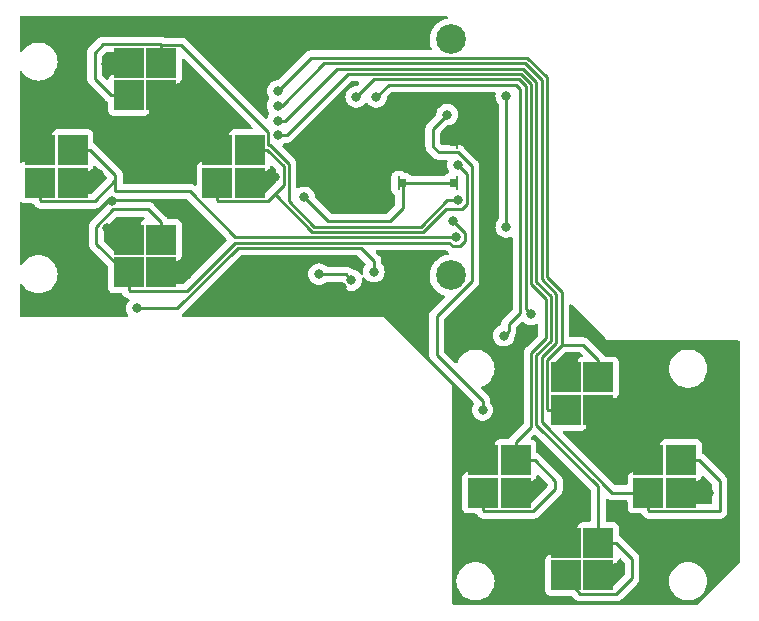
<source format=gbr>
%TF.GenerationSoftware,KiCad,Pcbnew,(6.0.5)*%
%TF.CreationDate,2022-06-15T00:03:33-05:00*%
%TF.ProjectId,GBOYFrontController,47424f59-4672-46f6-9e74-436f6e74726f,rev?*%
%TF.SameCoordinates,Original*%
%TF.FileFunction,Copper,L2,Bot*%
%TF.FilePolarity,Positive*%
%FSLAX46Y46*%
G04 Gerber Fmt 4.6, Leading zero omitted, Abs format (unit mm)*
G04 Created by KiCad (PCBNEW (6.0.5)) date 2022-06-15 00:03:33*
%MOMM*%
%LPD*%
G01*
G04 APERTURE LIST*
G04 Aperture macros list*
%AMFreePoly0*
4,1,17,-0.249646,0.550354,-0.249500,0.550000,-0.249500,0.350000,0.250000,0.350000,0.250000,-0.350000,-0.249500,-0.350000,-0.249500,-0.550000,-0.249646,-0.550354,-0.250000,-0.550500,-0.450000,-0.550500,-0.450354,-0.550354,-0.450500,-0.550000,-0.450500,0.550000,-0.450354,0.550354,-0.450000,0.550500,-0.250000,0.550500,-0.249646,0.550354,-0.249646,0.550354,$1*%
G04 Aperture macros list end*
%TA.AperFunction,WasherPad*%
%ADD10C,2.520000*%
%TD*%
%TA.AperFunction,SMDPad,CuDef*%
%ADD11R,2.500000X2.500000*%
%TD*%
%TA.AperFunction,SMDPad,CuDef*%
%ADD12FreePoly0,0.000000*%
%TD*%
%TA.AperFunction,SMDPad,CuDef*%
%ADD13FreePoly0,180.000000*%
%TD*%
%TA.AperFunction,ViaPad*%
%ADD14C,0.800000*%
%TD*%
%TA.AperFunction,Conductor*%
%ADD15C,0.250000*%
%TD*%
G04 APERTURE END LIST*
D10*
%TO.P,U1,*%
%TO.N,*%
X50390000Y-101610000D03*
X50390000Y-121610000D03*
%TD*%
D11*
%TO.P,U2,1*%
%TO.N,L*%
X67140000Y-140000000D03*
%TO.P,U2,2*%
%TO.N,GND*%
X69890000Y-140000000D03*
%TO.P,U2,3*%
X67140000Y-137250000D03*
%TO.P,U2,4*%
%TO.N,L*%
X69890000Y-137250000D03*
%TD*%
%TO.P,U3,1*%
%TO.N,U*%
X60140000Y-133000000D03*
%TO.P,U3,2*%
%TO.N,GND*%
X62890000Y-133000000D03*
%TO.P,U3,3*%
X60140000Y-130250000D03*
%TO.P,U3,4*%
%TO.N,U*%
X62890000Y-130250000D03*
%TD*%
%TO.P,U4,1*%
%TO.N,D*%
X60140000Y-147000000D03*
%TO.P,U4,2*%
%TO.N,GND*%
X62890000Y-147000000D03*
%TO.P,U4,3*%
X60140000Y-144250000D03*
%TO.P,U4,4*%
%TO.N,D*%
X62890000Y-144250000D03*
%TD*%
%TO.P,U5,1*%
%TO.N,R*%
X53140000Y-140000000D03*
%TO.P,U5,2*%
%TO.N,GND*%
X55890000Y-140000000D03*
%TO.P,U5,3*%
X53140000Y-137250000D03*
%TO.P,U5,4*%
%TO.N,R*%
X55890000Y-137250000D03*
%TD*%
%TO.P,U6,1*%
%TO.N,Y*%
X30640000Y-113749000D03*
%TO.P,U6,2*%
%TO.N,GND*%
X33390000Y-113749000D03*
%TO.P,U6,3*%
X30640000Y-110999000D03*
%TO.P,U6,4*%
%TO.N,Y*%
X33390000Y-110999000D03*
%TD*%
%TO.P,U7,1*%
%TO.N,X*%
X23140000Y-106360000D03*
%TO.P,U7,2*%
%TO.N,GND*%
X25890000Y-106360000D03*
%TO.P,U7,3*%
X23140000Y-103610000D03*
%TO.P,U7,4*%
%TO.N,X*%
X25890000Y-103610000D03*
%TD*%
D12*
%TO.P,U10,1*%
%TO.N,S*%
X46340000Y-113800000D03*
D13*
%TO.P,U10,2*%
X50590000Y-113800000D03*
D12*
%TO.P,U10,3*%
%TO.N,GND*%
X46340000Y-110300000D03*
D13*
%TO.P,U10,4*%
X50590000Y-110300000D03*
%TD*%
D11*
%TO.P,U9,1*%
%TO.N,A*%
X15640000Y-113749000D03*
%TO.P,U9,2*%
%TO.N,GND*%
X18390000Y-113749000D03*
%TO.P,U9,3*%
X15640000Y-110999000D03*
%TO.P,U9,4*%
%TO.N,A*%
X18390000Y-110999000D03*
%TD*%
%TO.P,U8,1*%
%TO.N,B*%
X23140000Y-121360000D03*
%TO.P,U8,2*%
%TO.N,GND*%
X25890000Y-121360000D03*
%TO.P,U8,3*%
X23140000Y-118610000D03*
%TO.P,U8,4*%
%TO.N,B*%
X25890000Y-118610000D03*
%TD*%
D14*
%TO.N,GND*%
X62700000Y-136400000D03*
X60100000Y-141700000D03*
X20600000Y-113000000D03*
X72250000Y-140000000D03*
X21700000Y-115300000D03*
X53000000Y-125250000D03*
X41200000Y-122600000D03*
X42400000Y-108200000D03*
X24400000Y-109400000D03*
X60500000Y-128500000D03*
X35500000Y-113250000D03*
X28100000Y-121600000D03*
X21300000Y-117600000D03*
X64750000Y-146500000D03*
X55900000Y-132400000D03*
X69750000Y-134500000D03*
X58000000Y-139500000D03*
X21250000Y-103750000D03*
%TO.N,Net-(J2-Pad4)*%
X43900000Y-121300000D03*
X23843590Y-124400000D03*
%TO.N,Net-(J2-Pad1)*%
X39250000Y-121500000D03*
X42000000Y-122000000D03*
%TO.N,Net-(TP2-Pad1)*%
X55100000Y-106400000D03*
X55100000Y-117500000D03*
%TO.N,Net-(TP3-Pad1)*%
X50100000Y-108000000D03*
X53100000Y-133000000D03*
%TO.N,Net-(TP4-Pad1)*%
X54900000Y-126700000D03*
X44100000Y-106500000D03*
%TO.N,Net-(TP5-Pad1)*%
X42400000Y-106500000D03*
X57200000Y-124900000D03*
%TO.N,S*%
X38000000Y-115000000D03*
%TO.N,L*%
X35750000Y-107250000D03*
%TO.N,R*%
X35750000Y-109750000D03*
%TO.N,D*%
X35750000Y-108500000D03*
%TO.N,U*%
X35750000Y-106000000D03*
%TO.N,Y*%
X51000000Y-112250000D03*
%TO.N,X*%
X51000000Y-115250000D03*
%TO.N,B*%
X50573002Y-117000000D03*
%TO.N,A*%
X50875000Y-118375000D03*
%TD*%
D15*
%TO.N,GND*%
X55900000Y-129900000D02*
X55900000Y-132400000D01*
X53000000Y-125250000D02*
X53000000Y-127000000D01*
X53000000Y-127000000D02*
X55900000Y-129900000D01*
%TO.N,Net-(J2-Pad4)*%
X43900000Y-120400000D02*
X43900000Y-121300000D01*
X32361390Y-119275020D02*
X42775020Y-119275020D01*
X42775020Y-119275020D02*
X43900000Y-120400000D01*
X27236410Y-124400000D02*
X32361390Y-119275020D01*
X23843590Y-124400000D02*
X27236410Y-124400000D01*
%TO.N,Net-(J2-Pad1)*%
X41500000Y-121500000D02*
X42000000Y-122000000D01*
X39250000Y-121500000D02*
X41500000Y-121500000D01*
%TO.N,Net-(TP2-Pad1)*%
X55100000Y-117500000D02*
X55100000Y-106400000D01*
%TO.N,Net-(TP3-Pad1)*%
X49200000Y-128309002D02*
X49200000Y-125070000D01*
X52200010Y-112377008D02*
X50998512Y-111175510D01*
X48900000Y-109200000D02*
X50100000Y-108000000D01*
X53100000Y-132209002D02*
X49200000Y-128309002D01*
X52200010Y-122069990D02*
X52200010Y-112377008D01*
X53100000Y-133000000D02*
X53100000Y-132209002D01*
X48900000Y-110700000D02*
X48900000Y-109200000D01*
X49375510Y-111175510D02*
X48900000Y-110700000D01*
X49200000Y-125070000D02*
X52200010Y-122069990D01*
X50998512Y-111175510D02*
X49375510Y-111175510D01*
%TO.N,Net-(TP4-Pad1)*%
X55950050Y-105450050D02*
X56289940Y-105789940D01*
X55300000Y-125744970D02*
X55300000Y-126300000D01*
X44100000Y-106500000D02*
X45149950Y-105450050D01*
X56289940Y-124755030D02*
X55300000Y-125744970D01*
X55300000Y-126300000D02*
X54900000Y-126700000D01*
X56289940Y-105789940D02*
X56289940Y-124755030D01*
X45149950Y-105450050D02*
X55950050Y-105450050D01*
%TO.N,Net-(TP5-Pad1)*%
X56739950Y-105585590D02*
X56154400Y-105000040D01*
X57200000Y-124900000D02*
X56739950Y-124439950D01*
X43899960Y-105000040D02*
X42400000Y-106500000D01*
X56739950Y-124439950D02*
X56739950Y-105585590D01*
X56154400Y-105000040D02*
X43899960Y-105000040D01*
%TO.N,S*%
X46340000Y-113800000D02*
X46340000Y-115934970D01*
X46340000Y-113800000D02*
X50590000Y-113800000D01*
X40024970Y-117024970D02*
X38000000Y-115000000D01*
X45250000Y-117024970D02*
X40024970Y-117024970D01*
X46340000Y-115934970D02*
X45250000Y-117024970D01*
%TO.N,L*%
X67215001Y-141575001D02*
X73174999Y-141575001D01*
X36113590Y-107250000D02*
X35750000Y-107250000D01*
X59354988Y-123206386D02*
X58089980Y-121941378D01*
X56713600Y-103650010D02*
X39713580Y-103650010D01*
X71390000Y-137250000D02*
X69890000Y-137250000D01*
X58114989Y-128553599D02*
X59354988Y-127313600D01*
X59354988Y-127313600D02*
X59354988Y-123206386D01*
X58089980Y-121941378D02*
X58089980Y-105026390D01*
X73174999Y-141575001D02*
X73174999Y-139034999D01*
X67140000Y-140000000D02*
X67140000Y-141500000D01*
X58089980Y-105026390D02*
X56713600Y-103650010D01*
X67140000Y-141500000D02*
X67215001Y-141575001D01*
X64054998Y-140000000D02*
X58114989Y-134059991D01*
X58114989Y-134059991D02*
X58114989Y-128553599D01*
X73174999Y-139034999D02*
X71390000Y-137250000D01*
X39713580Y-103650010D02*
X36113590Y-107250000D01*
X67140000Y-140000000D02*
X64054998Y-140000000D01*
%TO.N,R*%
X57214971Y-128180797D02*
X58454968Y-126940800D01*
X57500000Y-137250000D02*
X59250000Y-139000000D01*
X41699970Y-104550030D02*
X36500000Y-109750000D01*
X36500000Y-109750000D02*
X35750000Y-109750000D01*
X57400001Y-141575001D02*
X53215001Y-141575001D01*
X53215001Y-141575001D02*
X53140000Y-141500000D01*
X55890000Y-137250000D02*
X55890000Y-135750000D01*
X59250000Y-139000000D02*
X59250000Y-139725002D01*
X56340800Y-104550030D02*
X41699970Y-104550030D01*
X57214970Y-134425030D02*
X57214971Y-128180797D01*
X59250000Y-139725002D02*
X57400001Y-141575001D01*
X57189960Y-122314178D02*
X57189960Y-105399190D01*
X57189960Y-105399190D02*
X56340800Y-104550030D01*
X58454968Y-123579186D02*
X57189960Y-122314178D01*
X55890000Y-135750000D02*
X57214970Y-134425030D01*
X55890000Y-137250000D02*
X57500000Y-137250000D01*
X58454968Y-126940800D02*
X58454968Y-123579186D01*
X53140000Y-141500000D02*
X53140000Y-140000000D01*
%TO.N,D*%
X65750000Y-145610000D02*
X65750000Y-147225002D01*
X36363590Y-108500000D02*
X35750000Y-108500000D01*
X57639970Y-105212790D02*
X56527200Y-104100020D01*
X65750000Y-147225002D02*
X64400001Y-148575001D01*
X62890000Y-139471412D02*
X57664979Y-134246391D01*
X56527200Y-104100020D02*
X40763570Y-104100020D01*
X60140000Y-147335002D02*
X60140000Y-147000000D01*
X57639970Y-122127778D02*
X57639970Y-105212790D01*
X40763570Y-104100020D02*
X36363590Y-108500000D01*
X64390000Y-144250000D02*
X65750000Y-145610000D01*
X62890000Y-144250000D02*
X62890000Y-139471412D01*
X58904978Y-123392786D02*
X57639970Y-122127778D01*
X58904978Y-127127200D02*
X58904978Y-123392786D01*
X64400001Y-148575001D02*
X61379999Y-148575001D01*
X57664979Y-134246391D02*
X57664980Y-128367198D01*
X61379999Y-148575001D02*
X60140000Y-147335002D01*
X57664980Y-128367198D02*
X58904978Y-127127200D01*
X62890000Y-144250000D02*
X64390000Y-144250000D01*
%TO.N,U*%
X58640000Y-133000000D02*
X60140000Y-133000000D01*
X58539990Y-104839990D02*
X56900000Y-103200000D01*
X62890000Y-128750000D02*
X61640000Y-127500000D01*
X62890000Y-130250000D02*
X62890000Y-128750000D01*
X61640000Y-127500000D02*
X59804998Y-127500000D01*
X58564999Y-132924999D02*
X58640000Y-133000000D01*
X58564999Y-128739999D02*
X58564999Y-132924999D01*
X38550000Y-103200000D02*
X35750000Y-106000000D01*
X59804998Y-127500000D02*
X58564999Y-128739999D01*
X59804998Y-123019986D02*
X58539990Y-121754978D01*
X58539990Y-121754978D02*
X58539990Y-104839990D01*
X59804998Y-127500000D02*
X59804998Y-123019986D01*
X56900000Y-103200000D02*
X38550000Y-103200000D01*
%TO.N,Y*%
X51323002Y-116000000D02*
X51750000Y-115573002D01*
X50000000Y-116000000D02*
X51323002Y-116000000D01*
X51000000Y-112250000D02*
X51750000Y-113000000D01*
X48075010Y-117924990D02*
X50000000Y-116000000D01*
X51750000Y-115573002D02*
X51750000Y-113000000D01*
X30715001Y-115324001D02*
X30640000Y-115249000D01*
X38674990Y-117924990D02*
X48075010Y-117924990D01*
X30640000Y-115249000D02*
X30640000Y-113749000D01*
X33390000Y-110999000D02*
X34890000Y-110999000D01*
X35487001Y-114737001D02*
X38674990Y-117924990D01*
X34890000Y-110999000D02*
X36250000Y-112359000D01*
X36250000Y-113974002D02*
X35487001Y-114737001D01*
X36250000Y-112359000D02*
X36250000Y-113974002D01*
X35487001Y-114737001D02*
X34900001Y-115324001D01*
X34900001Y-115324001D02*
X30715001Y-115324001D01*
%TO.N,X*%
X35076401Y-110548991D02*
X36700010Y-112172600D01*
X34965001Y-109488999D02*
X34965001Y-110548990D01*
X47888610Y-117474980D02*
X50113590Y-115250000D01*
X36700010Y-115313600D02*
X38861390Y-117474980D01*
X20250000Y-104970000D02*
X21640000Y-106360000D01*
X25890000Y-102110000D02*
X27586002Y-102110000D01*
X25890000Y-102110000D02*
X25814999Y-102034999D01*
X20965001Y-102034999D02*
X20250000Y-102750000D01*
X27586002Y-102110000D02*
X34965001Y-109488999D01*
X21640000Y-106360000D02*
X23140000Y-106360000D01*
X20250000Y-102750000D02*
X20250000Y-104970000D01*
X34965001Y-110548990D02*
X35076401Y-110548991D01*
X25814999Y-102034999D02*
X20965001Y-102034999D01*
X38861390Y-117474980D02*
X47888610Y-117474980D01*
X50113590Y-115250000D02*
X51000000Y-115250000D01*
X36700010Y-112172600D02*
X36700010Y-115313600D01*
X25890000Y-103610000D02*
X25890000Y-102110000D01*
%TO.N,B*%
X51600001Y-118026999D02*
X50573002Y-117000000D01*
X51600001Y-118723001D02*
X51600001Y-118026999D01*
X20375489Y-118930491D02*
X22804998Y-121360000D01*
X23140000Y-122860000D02*
X23215001Y-122935001D01*
X25890000Y-118610000D02*
X25890000Y-117110000D01*
X22804998Y-121360000D02*
X23140000Y-121360000D01*
X23215001Y-122935001D02*
X28064999Y-122935001D01*
X20375489Y-117499897D02*
X20375489Y-118930491D01*
X28064999Y-122935001D02*
X32174990Y-118825010D01*
X24804999Y-116024999D02*
X21850387Y-116024999D01*
X32174990Y-118825010D02*
X50279206Y-118825010D01*
X50279206Y-118825010D02*
X50554197Y-119100001D01*
X25890000Y-117110000D02*
X24804999Y-116024999D01*
X50554197Y-119100001D02*
X51223001Y-119100001D01*
X51223001Y-119100001D02*
X51600001Y-118723001D01*
X21850387Y-116024999D02*
X20375489Y-117499897D01*
X23140000Y-121360000D02*
X23140000Y-122860000D01*
%TO.N,A*%
X22000000Y-113109000D02*
X22000000Y-113573002D01*
X20249001Y-115324001D02*
X15715001Y-115324001D01*
X18390000Y-110999000D02*
X19890000Y-110999000D01*
X22000000Y-114500000D02*
X28305998Y-114500000D01*
X15715001Y-115324001D02*
X15640000Y-115249000D01*
X15640000Y-115249000D02*
X15640000Y-113749000D01*
X22000000Y-113109000D02*
X22000000Y-114500000D01*
X32180998Y-118375000D02*
X50875000Y-118375000D01*
X28305998Y-114500000D02*
X32180998Y-118375000D01*
X22000000Y-113573002D02*
X20249001Y-115324001D01*
X19890000Y-110999000D02*
X22000000Y-113109000D01*
%TD*%
%TA.AperFunction,Conductor*%
%TO.N,GND*%
G36*
X42584495Y-105203532D02*
G01*
X42630988Y-105257188D01*
X42641092Y-105327462D01*
X42611598Y-105392042D01*
X42605469Y-105398625D01*
X42449499Y-105554595D01*
X42387187Y-105588621D01*
X42360404Y-105591500D01*
X42304513Y-105591500D01*
X42298061Y-105592872D01*
X42298056Y-105592872D01*
X42211112Y-105611353D01*
X42117712Y-105631206D01*
X42111682Y-105633891D01*
X42111681Y-105633891D01*
X41949278Y-105706197D01*
X41949276Y-105706198D01*
X41943248Y-105708882D01*
X41788747Y-105821134D01*
X41660960Y-105963056D01*
X41565473Y-106128444D01*
X41506458Y-106310072D01*
X41486496Y-106500000D01*
X41487186Y-106506565D01*
X41504905Y-106675149D01*
X41506458Y-106689928D01*
X41565473Y-106871556D01*
X41660960Y-107036944D01*
X41665378Y-107041851D01*
X41665379Y-107041852D01*
X41710082Y-107091500D01*
X41788747Y-107178866D01*
X41943248Y-107291118D01*
X41949276Y-107293802D01*
X41949278Y-107293803D01*
X42111681Y-107366109D01*
X42117712Y-107368794D01*
X42211113Y-107388647D01*
X42298056Y-107407128D01*
X42298061Y-107407128D01*
X42304513Y-107408500D01*
X42495487Y-107408500D01*
X42501939Y-107407128D01*
X42501944Y-107407128D01*
X42588887Y-107388647D01*
X42682288Y-107368794D01*
X42688319Y-107366109D01*
X42850722Y-107293803D01*
X42850724Y-107293802D01*
X42856752Y-107291118D01*
X43011253Y-107178866D01*
X43089918Y-107091500D01*
X43134621Y-107041852D01*
X43134622Y-107041851D01*
X43139040Y-107036944D01*
X43142341Y-107031226D01*
X43146224Y-107025882D01*
X43147878Y-107027084D01*
X43192259Y-106984764D01*
X43261972Y-106971325D01*
X43327884Y-106997709D01*
X43352868Y-107026542D01*
X43353776Y-107025882D01*
X43357659Y-107031226D01*
X43360960Y-107036944D01*
X43365378Y-107041851D01*
X43365379Y-107041852D01*
X43410082Y-107091500D01*
X43488747Y-107178866D01*
X43643248Y-107291118D01*
X43649276Y-107293802D01*
X43649278Y-107293803D01*
X43811681Y-107366109D01*
X43817712Y-107368794D01*
X43911113Y-107388647D01*
X43998056Y-107407128D01*
X43998061Y-107407128D01*
X44004513Y-107408500D01*
X44195487Y-107408500D01*
X44201939Y-107407128D01*
X44201944Y-107407128D01*
X44288887Y-107388647D01*
X44382288Y-107368794D01*
X44388319Y-107366109D01*
X44550722Y-107293803D01*
X44550724Y-107293802D01*
X44556752Y-107291118D01*
X44711253Y-107178866D01*
X44789918Y-107091500D01*
X44834621Y-107041852D01*
X44834622Y-107041851D01*
X44839040Y-107036944D01*
X44934527Y-106871556D01*
X44993542Y-106689928D01*
X44995096Y-106675149D01*
X45010907Y-106524707D01*
X45037920Y-106459050D01*
X45047122Y-106448782D01*
X45375449Y-106120455D01*
X45437761Y-106086429D01*
X45464544Y-106083550D01*
X54079819Y-106083550D01*
X54147940Y-106103552D01*
X54194433Y-106157208D01*
X54205129Y-106222719D01*
X54186496Y-106400000D01*
X54187186Y-106406565D01*
X54202069Y-106548165D01*
X54206458Y-106589928D01*
X54265473Y-106771556D01*
X54360960Y-106936944D01*
X54434137Y-107018215D01*
X54464853Y-107082221D01*
X54466500Y-107102524D01*
X54466500Y-116797476D01*
X54446498Y-116865597D01*
X54434142Y-116881779D01*
X54360960Y-116963056D01*
X54306405Y-117057548D01*
X54283279Y-117097604D01*
X54265473Y-117128444D01*
X54206458Y-117310072D01*
X54205768Y-117316633D01*
X54205768Y-117316635D01*
X54194918Y-117419867D01*
X54186496Y-117500000D01*
X54206458Y-117689928D01*
X54265473Y-117871556D01*
X54360960Y-118036944D01*
X54488747Y-118178866D01*
X54643248Y-118291118D01*
X54649276Y-118293802D01*
X54649278Y-118293803D01*
X54811681Y-118366109D01*
X54817712Y-118368794D01*
X54911113Y-118388647D01*
X54998056Y-118407128D01*
X54998061Y-118407128D01*
X55004513Y-118408500D01*
X55195487Y-118408500D01*
X55201939Y-118407128D01*
X55201944Y-118407128D01*
X55288887Y-118388647D01*
X55382288Y-118368794D01*
X55479192Y-118325650D01*
X55549558Y-118316216D01*
X55613855Y-118346322D01*
X55651669Y-118406411D01*
X55656440Y-118440757D01*
X55656440Y-124440435D01*
X55636438Y-124508556D01*
X55619535Y-124529531D01*
X55257210Y-124891855D01*
X54907742Y-125241323D01*
X54899463Y-125248857D01*
X54892982Y-125252970D01*
X54853045Y-125295499D01*
X54846357Y-125302621D01*
X54843602Y-125305463D01*
X54823865Y-125325200D01*
X54821385Y-125328397D01*
X54813682Y-125337417D01*
X54783414Y-125369649D01*
X54779595Y-125376595D01*
X54779593Y-125376598D01*
X54773652Y-125387404D01*
X54762801Y-125403923D01*
X54750386Y-125419929D01*
X54747241Y-125427198D01*
X54747238Y-125427202D01*
X54732826Y-125460507D01*
X54727609Y-125471157D01*
X54706305Y-125509910D01*
X54704334Y-125517585D01*
X54704334Y-125517586D01*
X54701267Y-125529532D01*
X54694863Y-125548236D01*
X54690541Y-125558225D01*
X54686819Y-125566825D01*
X54685580Y-125574648D01*
X54685577Y-125574658D01*
X54679901Y-125610494D01*
X54677495Y-125622114D01*
X54666500Y-125664940D01*
X54666500Y-125685194D01*
X54664949Y-125704904D01*
X54661780Y-125724913D01*
X54662526Y-125732802D01*
X54662508Y-125733367D01*
X54640375Y-125800826D01*
X54587819Y-125844515D01*
X54449278Y-125906197D01*
X54449276Y-125906198D01*
X54443248Y-125908882D01*
X54288747Y-126021134D01*
X54284326Y-126026044D01*
X54284325Y-126026045D01*
X54239029Y-126076352D01*
X54160960Y-126163056D01*
X54137428Y-126203814D01*
X54099140Y-126270132D01*
X54065473Y-126328444D01*
X54006458Y-126510072D01*
X54005768Y-126516633D01*
X54005768Y-126516635D01*
X53994374Y-126625041D01*
X53986496Y-126700000D01*
X53987186Y-126706565D01*
X54005307Y-126878973D01*
X54006458Y-126889928D01*
X54065473Y-127071556D01*
X54068776Y-127077278D01*
X54068777Y-127077279D01*
X54074711Y-127087557D01*
X54160960Y-127236944D01*
X54288747Y-127378866D01*
X54443248Y-127491118D01*
X54449276Y-127493802D01*
X54449278Y-127493803D01*
X54611681Y-127566109D01*
X54617712Y-127568794D01*
X54711113Y-127588647D01*
X54798056Y-127607128D01*
X54798061Y-127607128D01*
X54804513Y-127608500D01*
X54995487Y-127608500D01*
X55001939Y-127607128D01*
X55001944Y-127607128D01*
X55088887Y-127588647D01*
X55182288Y-127568794D01*
X55188319Y-127566109D01*
X55350722Y-127493803D01*
X55350724Y-127493802D01*
X55356752Y-127491118D01*
X55511253Y-127378866D01*
X55639040Y-127236944D01*
X55725289Y-127087557D01*
X55731223Y-127077279D01*
X55731224Y-127077278D01*
X55734527Y-127071556D01*
X55793542Y-126889928D01*
X55794694Y-126878973D01*
X55813206Y-126702836D01*
X55838955Y-126638781D01*
X55844753Y-126631306D01*
X55849613Y-126625041D01*
X55867176Y-126584457D01*
X55872383Y-126573827D01*
X55893695Y-126535060D01*
X55895666Y-126527383D01*
X55895668Y-126527378D01*
X55898732Y-126515442D01*
X55905138Y-126496730D01*
X55910034Y-126485417D01*
X55913181Y-126478145D01*
X55915135Y-126465813D01*
X55920097Y-126434481D01*
X55922504Y-126422860D01*
X55931528Y-126387711D01*
X55931528Y-126387710D01*
X55933500Y-126380030D01*
X55933500Y-126359769D01*
X55935051Y-126340058D01*
X55936135Y-126333218D01*
X55938219Y-126320057D01*
X55934059Y-126276046D01*
X55933500Y-126264189D01*
X55933500Y-126059564D01*
X55953502Y-125991443D01*
X55970405Y-125970469D01*
X56387432Y-125553442D01*
X56449744Y-125519416D01*
X56520559Y-125524481D01*
X56570161Y-125558225D01*
X56588747Y-125578866D01*
X56648273Y-125622114D01*
X56718131Y-125672869D01*
X56743248Y-125691118D01*
X56749276Y-125693802D01*
X56749278Y-125693803D01*
X56801571Y-125717085D01*
X56917712Y-125768794D01*
X57011112Y-125788647D01*
X57098056Y-125807128D01*
X57098061Y-125807128D01*
X57104513Y-125808500D01*
X57295487Y-125808500D01*
X57301939Y-125807128D01*
X57301944Y-125807128D01*
X57388888Y-125788647D01*
X57482288Y-125768794D01*
X57644219Y-125696698D01*
X57714586Y-125687264D01*
X57778883Y-125717371D01*
X57816697Y-125777459D01*
X57821468Y-125811805D01*
X57821468Y-126626206D01*
X57801466Y-126694327D01*
X57784567Y-126715297D01*
X56822707Y-127677156D01*
X56814433Y-127684685D01*
X56807953Y-127688797D01*
X56802528Y-127694574D01*
X56761328Y-127738448D01*
X56758573Y-127741290D01*
X56738836Y-127761027D01*
X56736356Y-127764224D01*
X56728653Y-127773244D01*
X56698385Y-127805476D01*
X56694566Y-127812422D01*
X56694564Y-127812425D01*
X56688623Y-127823231D01*
X56677772Y-127839750D01*
X56665357Y-127855756D01*
X56662212Y-127863025D01*
X56662209Y-127863029D01*
X56647797Y-127896334D01*
X56642580Y-127906984D01*
X56621276Y-127945737D01*
X56619305Y-127953412D01*
X56619305Y-127953413D01*
X56616238Y-127965359D01*
X56609834Y-127984063D01*
X56601790Y-128002652D01*
X56600551Y-128010475D01*
X56600548Y-128010485D01*
X56594872Y-128046321D01*
X56592466Y-128057941D01*
X56585904Y-128083502D01*
X56581471Y-128100767D01*
X56581471Y-128121021D01*
X56579920Y-128140732D01*
X56576751Y-128160740D01*
X56577497Y-128168632D01*
X56580912Y-128204758D01*
X56581471Y-128216616D01*
X56581470Y-134110436D01*
X56561468Y-134178557D01*
X56544565Y-134199531D01*
X55497747Y-135246348D01*
X55489461Y-135253888D01*
X55482982Y-135258000D01*
X55477557Y-135263777D01*
X55436357Y-135307651D01*
X55433602Y-135310493D01*
X55413865Y-135330230D01*
X55411385Y-135333427D01*
X55403682Y-135342447D01*
X55373414Y-135374679D01*
X55369595Y-135381625D01*
X55369593Y-135381628D01*
X55363652Y-135392434D01*
X55352801Y-135408953D01*
X55340386Y-135424959D01*
X55338082Y-135430283D01*
X55286881Y-135478091D01*
X55230319Y-135491500D01*
X54591866Y-135491500D01*
X54529684Y-135498255D01*
X54393295Y-135549385D01*
X54276739Y-135636739D01*
X54189385Y-135753295D01*
X54138255Y-135889684D01*
X54131500Y-135951866D01*
X54131500Y-138115500D01*
X54111498Y-138183621D01*
X54057842Y-138230114D01*
X54005500Y-138241500D01*
X51841866Y-138241500D01*
X51779684Y-138248255D01*
X51643295Y-138299385D01*
X51526739Y-138386739D01*
X51439385Y-138503295D01*
X51388255Y-138639684D01*
X51381500Y-138701866D01*
X51381500Y-141298134D01*
X51388255Y-141360316D01*
X51439385Y-141496705D01*
X51526739Y-141613261D01*
X51643295Y-141700615D01*
X51779684Y-141751745D01*
X51841866Y-141758500D01*
X52480562Y-141758500D01*
X52548683Y-141778502D01*
X52582499Y-141810440D01*
X52606436Y-141843387D01*
X52612952Y-141853307D01*
X52635458Y-141891362D01*
X52649779Y-141905683D01*
X52662619Y-141920716D01*
X52674528Y-141937107D01*
X52680632Y-141942157D01*
X52680638Y-141942163D01*
X52705300Y-141962565D01*
X52719956Y-141977221D01*
X52723001Y-141982019D01*
X52728778Y-141987444D01*
X52772668Y-142028659D01*
X52775510Y-142031414D01*
X52795231Y-142051135D01*
X52798426Y-142053613D01*
X52807448Y-142061319D01*
X52839680Y-142091587D01*
X52850859Y-142097733D01*
X52857433Y-142101347D01*
X52873957Y-142112200D01*
X52889960Y-142124614D01*
X52930544Y-142142177D01*
X52941174Y-142147384D01*
X52979941Y-142168696D01*
X52987618Y-142170667D01*
X52987623Y-142170669D01*
X52999559Y-142173733D01*
X53018267Y-142180138D01*
X53036856Y-142188182D01*
X53044681Y-142189421D01*
X53044683Y-142189422D01*
X53080520Y-142195098D01*
X53092141Y-142197505D01*
X53127290Y-142206529D01*
X53134971Y-142208501D01*
X53155232Y-142208501D01*
X53174941Y-142210052D01*
X53194944Y-142213220D01*
X53202836Y-142212474D01*
X53208063Y-142211980D01*
X53238955Y-142209060D01*
X53250812Y-142208501D01*
X57321234Y-142208501D01*
X57332417Y-142209028D01*
X57339910Y-142210703D01*
X57347836Y-142210454D01*
X57347837Y-142210454D01*
X57407987Y-142208563D01*
X57411946Y-142208501D01*
X57439857Y-142208501D01*
X57443792Y-142208004D01*
X57443857Y-142207996D01*
X57455694Y-142207063D01*
X57489489Y-142206001D01*
X57491971Y-142205923D01*
X57499890Y-142205674D01*
X57519344Y-142200022D01*
X57538701Y-142196014D01*
X57550931Y-142194469D01*
X57550932Y-142194469D01*
X57558798Y-142193475D01*
X57566169Y-142190556D01*
X57566171Y-142190556D01*
X57599913Y-142177197D01*
X57611143Y-142173352D01*
X57645984Y-142163230D01*
X57645985Y-142163230D01*
X57653594Y-142161019D01*
X57660413Y-142156986D01*
X57660418Y-142156984D01*
X57671029Y-142150708D01*
X57688777Y-142142013D01*
X57707618Y-142134553D01*
X57727988Y-142119754D01*
X57743388Y-142108565D01*
X57753308Y-142102049D01*
X57784536Y-142083581D01*
X57784539Y-142083579D01*
X57791363Y-142079543D01*
X57805684Y-142065222D01*
X57820718Y-142052381D01*
X57822433Y-142051135D01*
X57837108Y-142040473D01*
X57865299Y-142006396D01*
X57873289Y-141997617D01*
X59642247Y-140228659D01*
X59650537Y-140221115D01*
X59657018Y-140217002D01*
X59703659Y-140167334D01*
X59706413Y-140164493D01*
X59726135Y-140144771D01*
X59728612Y-140141578D01*
X59736317Y-140132557D01*
X59761159Y-140106102D01*
X59766586Y-140100323D01*
X59770407Y-140093373D01*
X59776346Y-140082570D01*
X59787202Y-140066043D01*
X59794757Y-140056304D01*
X59794758Y-140056302D01*
X59799614Y-140050042D01*
X59817174Y-140009462D01*
X59822391Y-139998814D01*
X59839875Y-139967011D01*
X59839876Y-139967009D01*
X59843695Y-139960062D01*
X59848733Y-139940439D01*
X59855137Y-139921736D01*
X59860033Y-139910422D01*
X59860033Y-139910421D01*
X59863181Y-139903147D01*
X59864420Y-139895324D01*
X59864423Y-139895314D01*
X59870099Y-139859478D01*
X59872505Y-139847858D01*
X59881528Y-139812713D01*
X59881528Y-139812712D01*
X59883500Y-139805032D01*
X59883500Y-139784778D01*
X59885051Y-139765067D01*
X59886980Y-139752888D01*
X59888220Y-139745059D01*
X59884059Y-139701040D01*
X59883500Y-139689183D01*
X59883500Y-139078768D01*
X59884027Y-139067585D01*
X59885702Y-139060092D01*
X59883562Y-138992001D01*
X59883500Y-138988044D01*
X59883500Y-138960144D01*
X59882996Y-138956153D01*
X59882063Y-138944311D01*
X59881535Y-138927491D01*
X59880674Y-138900111D01*
X59878462Y-138892497D01*
X59878461Y-138892492D01*
X59875023Y-138880659D01*
X59871012Y-138861295D01*
X59869467Y-138849064D01*
X59868474Y-138841203D01*
X59865557Y-138833836D01*
X59865556Y-138833831D01*
X59852198Y-138800092D01*
X59848354Y-138788865D01*
X59838230Y-138754022D01*
X59836018Y-138746407D01*
X59825707Y-138728972D01*
X59817012Y-138711224D01*
X59809552Y-138692383D01*
X59783564Y-138656613D01*
X59777048Y-138646693D01*
X59758580Y-138615465D01*
X59758578Y-138615462D01*
X59754542Y-138608638D01*
X59740221Y-138594317D01*
X59727380Y-138579283D01*
X59720131Y-138569306D01*
X59715472Y-138562893D01*
X59681395Y-138534702D01*
X59672616Y-138526712D01*
X58003652Y-136857747D01*
X57996112Y-136849461D01*
X57992000Y-136842982D01*
X57942348Y-136796356D01*
X57939507Y-136793602D01*
X57919770Y-136773865D01*
X57916573Y-136771385D01*
X57907551Y-136763680D01*
X57881100Y-136738841D01*
X57875321Y-136733414D01*
X57868375Y-136729595D01*
X57868372Y-136729593D01*
X57857566Y-136723652D01*
X57841047Y-136712801D01*
X57831304Y-136705244D01*
X57825041Y-136700386D01*
X57817772Y-136697241D01*
X57817768Y-136697238D01*
X57784463Y-136682826D01*
X57773813Y-136677609D01*
X57735060Y-136656305D01*
X57727920Y-136654472D01*
X57672144Y-136610952D01*
X57648500Y-136537473D01*
X57648500Y-135951866D01*
X57641745Y-135889684D01*
X57590615Y-135753295D01*
X57503261Y-135636739D01*
X57386705Y-135549385D01*
X57378296Y-135546233D01*
X57378295Y-135546232D01*
X57278883Y-135508964D01*
X57222118Y-135466323D01*
X57197418Y-135399761D01*
X57212625Y-135330412D01*
X57234017Y-135301887D01*
X57440199Y-135095705D01*
X57502511Y-135061679D01*
X57573326Y-135066744D01*
X57618389Y-135095705D01*
X62219595Y-139696911D01*
X62253621Y-139759223D01*
X62256500Y-139786006D01*
X62256500Y-142365500D01*
X62236498Y-142433621D01*
X62182842Y-142480114D01*
X62130500Y-142491500D01*
X61591866Y-142491500D01*
X61529684Y-142498255D01*
X61393295Y-142549385D01*
X61276739Y-142636739D01*
X61189385Y-142753295D01*
X61138255Y-142889684D01*
X61131500Y-142951866D01*
X61131500Y-145115500D01*
X61111498Y-145183621D01*
X61057842Y-145230114D01*
X61005500Y-145241500D01*
X58841866Y-145241500D01*
X58779684Y-145248255D01*
X58643295Y-145299385D01*
X58526739Y-145386739D01*
X58439385Y-145503295D01*
X58388255Y-145639684D01*
X58381500Y-145701866D01*
X58381500Y-148298134D01*
X58388255Y-148360316D01*
X58439385Y-148496705D01*
X58526739Y-148613261D01*
X58643295Y-148700615D01*
X58779684Y-148751745D01*
X58841866Y-148758500D01*
X60615404Y-148758500D01*
X60683525Y-148778502D01*
X60704499Y-148795405D01*
X60876342Y-148967248D01*
X60883886Y-148975538D01*
X60887999Y-148982019D01*
X60893776Y-148987444D01*
X60937666Y-149028659D01*
X60940508Y-149031414D01*
X60960229Y-149051135D01*
X60963424Y-149053613D01*
X60972446Y-149061319D01*
X61004678Y-149091587D01*
X61011627Y-149095407D01*
X61022431Y-149101347D01*
X61038955Y-149112200D01*
X61054958Y-149124614D01*
X61095542Y-149142177D01*
X61106172Y-149147384D01*
X61144939Y-149168696D01*
X61152616Y-149170667D01*
X61152621Y-149170669D01*
X61164557Y-149173733D01*
X61183265Y-149180138D01*
X61201854Y-149188182D01*
X61209679Y-149189421D01*
X61209681Y-149189422D01*
X61245518Y-149195098D01*
X61257139Y-149197505D01*
X61288958Y-149205674D01*
X61299969Y-149208501D01*
X61320230Y-149208501D01*
X61339939Y-149210052D01*
X61359942Y-149213220D01*
X61367834Y-149212474D01*
X61373061Y-149211980D01*
X61403953Y-149209060D01*
X61415810Y-149208501D01*
X64321234Y-149208501D01*
X64332417Y-149209028D01*
X64339910Y-149210703D01*
X64347836Y-149210454D01*
X64347837Y-149210454D01*
X64407987Y-149208563D01*
X64411946Y-149208501D01*
X64439857Y-149208501D01*
X64443792Y-149208004D01*
X64443857Y-149207996D01*
X64455694Y-149207063D01*
X64487952Y-149206049D01*
X64491971Y-149205923D01*
X64499890Y-149205674D01*
X64519344Y-149200022D01*
X64538701Y-149196014D01*
X64550931Y-149194469D01*
X64550932Y-149194469D01*
X64558798Y-149193475D01*
X64566169Y-149190556D01*
X64566171Y-149190556D01*
X64599913Y-149177197D01*
X64611143Y-149173352D01*
X64645984Y-149163230D01*
X64645985Y-149163230D01*
X64653594Y-149161019D01*
X64660413Y-149156986D01*
X64660418Y-149156984D01*
X64671029Y-149150708D01*
X64688777Y-149142013D01*
X64707618Y-149134553D01*
X64727988Y-149119754D01*
X64743388Y-149108565D01*
X64753308Y-149102049D01*
X64784536Y-149083581D01*
X64784539Y-149083579D01*
X64791363Y-149079543D01*
X64805684Y-149065222D01*
X64820718Y-149052381D01*
X64822433Y-149051135D01*
X64837108Y-149040473D01*
X64865299Y-149006396D01*
X64873289Y-148997617D01*
X66142253Y-147728654D01*
X66150539Y-147721114D01*
X66157018Y-147717002D01*
X66203644Y-147667350D01*
X66206398Y-147664509D01*
X66226135Y-147644772D01*
X66228615Y-147641575D01*
X66236320Y-147632553D01*
X66261159Y-147606102D01*
X66266586Y-147600323D01*
X66270405Y-147593377D01*
X66270407Y-147593374D01*
X66276348Y-147582568D01*
X66287199Y-147566049D01*
X66294758Y-147556303D01*
X66299614Y-147550043D01*
X66302759Y-147542774D01*
X66302762Y-147542770D01*
X66317174Y-147509465D01*
X66321811Y-147500000D01*
X68886526Y-147500000D01*
X68906391Y-147752403D01*
X68965495Y-147998591D01*
X69062384Y-148232502D01*
X69194672Y-148448376D01*
X69329365Y-148606081D01*
X69340094Y-148618642D01*
X69359102Y-148640898D01*
X69551624Y-148805328D01*
X69767498Y-148937616D01*
X69772068Y-148939509D01*
X69772072Y-148939511D01*
X69996836Y-149032611D01*
X70001409Y-149034505D01*
X70070679Y-149051135D01*
X70242784Y-149092454D01*
X70242790Y-149092455D01*
X70247597Y-149093609D01*
X70347416Y-149101465D01*
X70434345Y-149108307D01*
X70434352Y-149108307D01*
X70436801Y-149108500D01*
X70563199Y-149108500D01*
X70565648Y-149108307D01*
X70565655Y-149108307D01*
X70652584Y-149101465D01*
X70752403Y-149093609D01*
X70757210Y-149092455D01*
X70757216Y-149092454D01*
X70929321Y-149051135D01*
X70998591Y-149034505D01*
X71003164Y-149032611D01*
X71227928Y-148939511D01*
X71227932Y-148939509D01*
X71232502Y-148937616D01*
X71448376Y-148805328D01*
X71640898Y-148640898D01*
X71659907Y-148618642D01*
X71670635Y-148606081D01*
X71805328Y-148448376D01*
X71937616Y-148232502D01*
X72034505Y-147998591D01*
X72093609Y-147752403D01*
X72113474Y-147500000D01*
X72093609Y-147247597D01*
X72081013Y-147195127D01*
X72035660Y-147006221D01*
X72034505Y-147001409D01*
X71937616Y-146767498D01*
X71805328Y-146551624D01*
X71640898Y-146359102D01*
X71448376Y-146194672D01*
X71232502Y-146062384D01*
X71227932Y-146060491D01*
X71227928Y-146060489D01*
X71003164Y-145967389D01*
X71003162Y-145967388D01*
X70998591Y-145965495D01*
X70913968Y-145945179D01*
X70757216Y-145907546D01*
X70757210Y-145907545D01*
X70752403Y-145906391D01*
X70652584Y-145898535D01*
X70565655Y-145891693D01*
X70565648Y-145891693D01*
X70563199Y-145891500D01*
X70436801Y-145891500D01*
X70434352Y-145891693D01*
X70434345Y-145891693D01*
X70347416Y-145898535D01*
X70247597Y-145906391D01*
X70242790Y-145907545D01*
X70242784Y-145907546D01*
X70086032Y-145945179D01*
X70001409Y-145965495D01*
X69996838Y-145967388D01*
X69996836Y-145967389D01*
X69772072Y-146060489D01*
X69772068Y-146060491D01*
X69767498Y-146062384D01*
X69551624Y-146194672D01*
X69359102Y-146359102D01*
X69194672Y-146551624D01*
X69062384Y-146767498D01*
X68965495Y-147001409D01*
X68964340Y-147006221D01*
X68918988Y-147195127D01*
X68906391Y-147247597D01*
X68886526Y-147500000D01*
X66321811Y-147500000D01*
X66322391Y-147498815D01*
X66343695Y-147460062D01*
X66348733Y-147440439D01*
X66355137Y-147421736D01*
X66360033Y-147410422D01*
X66360033Y-147410421D01*
X66363181Y-147403147D01*
X66364420Y-147395324D01*
X66364423Y-147395314D01*
X66370099Y-147359478D01*
X66372505Y-147347858D01*
X66381528Y-147312713D01*
X66381528Y-147312712D01*
X66383500Y-147305032D01*
X66383500Y-147284778D01*
X66385051Y-147265067D01*
X66386980Y-147252888D01*
X66388220Y-147245059D01*
X66384059Y-147201040D01*
X66383500Y-147189183D01*
X66383500Y-145688763D01*
X66384027Y-145677579D01*
X66385701Y-145670091D01*
X66383562Y-145602032D01*
X66383500Y-145598075D01*
X66383500Y-145570144D01*
X66382994Y-145566138D01*
X66382061Y-145554292D01*
X66380922Y-145518037D01*
X66380673Y-145510110D01*
X66375022Y-145490658D01*
X66371014Y-145471306D01*
X66369467Y-145459065D01*
X66368474Y-145451203D01*
X66352194Y-145410086D01*
X66348359Y-145398885D01*
X66336018Y-145356406D01*
X66331985Y-145349587D01*
X66331983Y-145349582D01*
X66325707Y-145338971D01*
X66317010Y-145321221D01*
X66309552Y-145302383D01*
X66283571Y-145266623D01*
X66277053Y-145256701D01*
X66258578Y-145225460D01*
X66258574Y-145225455D01*
X66254542Y-145218637D01*
X66240218Y-145204313D01*
X66227376Y-145189278D01*
X66223266Y-145183621D01*
X66215472Y-145172893D01*
X66181406Y-145144711D01*
X66172627Y-145136722D01*
X64893652Y-143857747D01*
X64886112Y-143849461D01*
X64882000Y-143842982D01*
X64832348Y-143796356D01*
X64829507Y-143793602D01*
X64809770Y-143773865D01*
X64806573Y-143771385D01*
X64797551Y-143763680D01*
X64771100Y-143738841D01*
X64765321Y-143733414D01*
X64758375Y-143729595D01*
X64758372Y-143729593D01*
X64747566Y-143723652D01*
X64731047Y-143712801D01*
X64721304Y-143705244D01*
X64721305Y-143705244D01*
X64715041Y-143700386D01*
X64709717Y-143698082D01*
X64661909Y-143646881D01*
X64648500Y-143590319D01*
X64648500Y-142951866D01*
X64641745Y-142889684D01*
X64590615Y-142753295D01*
X64503261Y-142636739D01*
X64386705Y-142549385D01*
X64250316Y-142498255D01*
X64188134Y-142491500D01*
X63649500Y-142491500D01*
X63581379Y-142471498D01*
X63534886Y-142417842D01*
X63523500Y-142365500D01*
X63523500Y-140646667D01*
X63543502Y-140578546D01*
X63597158Y-140532053D01*
X63667432Y-140521949D01*
X63715827Y-140542480D01*
X63716869Y-140540718D01*
X63723690Y-140544752D01*
X63729957Y-140549613D01*
X63770541Y-140567176D01*
X63781171Y-140572383D01*
X63819938Y-140593695D01*
X63827615Y-140595666D01*
X63827620Y-140595668D01*
X63839556Y-140598732D01*
X63858264Y-140605137D01*
X63876853Y-140613181D01*
X63884681Y-140614421D01*
X63884688Y-140614423D01*
X63920522Y-140620099D01*
X63932142Y-140622505D01*
X63967287Y-140631528D01*
X63974968Y-140633500D01*
X63995222Y-140633500D01*
X64014932Y-140635051D01*
X64034941Y-140638220D01*
X64042833Y-140637474D01*
X64078959Y-140634059D01*
X64090817Y-140633500D01*
X65255500Y-140633500D01*
X65323621Y-140653502D01*
X65370114Y-140707158D01*
X65381500Y-140759500D01*
X65381500Y-141298134D01*
X65388255Y-141360316D01*
X65439385Y-141496705D01*
X65526739Y-141613261D01*
X65643295Y-141700615D01*
X65779684Y-141751745D01*
X65841866Y-141758500D01*
X66480562Y-141758500D01*
X66548683Y-141778502D01*
X66582499Y-141810440D01*
X66606436Y-141843387D01*
X66612952Y-141853307D01*
X66635458Y-141891362D01*
X66649779Y-141905683D01*
X66662619Y-141920716D01*
X66674528Y-141937107D01*
X66680632Y-141942157D01*
X66680638Y-141942163D01*
X66705300Y-141962565D01*
X66719956Y-141977221D01*
X66723001Y-141982019D01*
X66728778Y-141987444D01*
X66772668Y-142028659D01*
X66775510Y-142031414D01*
X66795231Y-142051135D01*
X66798426Y-142053613D01*
X66807448Y-142061319D01*
X66839680Y-142091587D01*
X66850859Y-142097733D01*
X66857433Y-142101347D01*
X66873957Y-142112200D01*
X66889960Y-142124614D01*
X66930544Y-142142177D01*
X66941174Y-142147384D01*
X66979941Y-142168696D01*
X66987618Y-142170667D01*
X66987623Y-142170669D01*
X66999559Y-142173733D01*
X67018267Y-142180138D01*
X67036856Y-142188182D01*
X67044681Y-142189421D01*
X67044683Y-142189422D01*
X67080520Y-142195098D01*
X67092141Y-142197505D01*
X67127290Y-142206529D01*
X67134971Y-142208501D01*
X67155232Y-142208501D01*
X67174941Y-142210052D01*
X67194944Y-142213220D01*
X67202836Y-142212474D01*
X67208063Y-142211980D01*
X67238955Y-142209060D01*
X67250812Y-142208501D01*
X73103206Y-142208501D01*
X73126815Y-142210733D01*
X73127118Y-142210791D01*
X73127122Y-142210791D01*
X73134905Y-142212276D01*
X73190950Y-142208750D01*
X73198861Y-142208501D01*
X73214855Y-142208501D01*
X73230729Y-142206495D01*
X73238589Y-142205753D01*
X73266048Y-142204025D01*
X73286736Y-142202724D01*
X73286737Y-142202724D01*
X73294649Y-142202226D01*
X73302190Y-142199776D01*
X73302486Y-142199680D01*
X73325630Y-142194507D01*
X73325934Y-142194469D01*
X73325939Y-142194468D01*
X73333796Y-142193475D01*
X73341161Y-142190559D01*
X73341165Y-142190558D01*
X73386010Y-142172802D01*
X73393429Y-142170130D01*
X73446874Y-142152765D01*
X73453571Y-142148515D01*
X73453830Y-142148351D01*
X73474957Y-142137586D01*
X73475245Y-142137472D01*
X73475250Y-142137469D01*
X73482616Y-142134553D01*
X73489024Y-142129897D01*
X73489030Y-142129894D01*
X73528051Y-142101543D01*
X73534588Y-142097100D01*
X73582017Y-142067001D01*
X73587658Y-142060994D01*
X73605445Y-142045313D01*
X73605690Y-142045135D01*
X73605692Y-142045133D01*
X73612106Y-142040473D01*
X73617161Y-142034363D01*
X73647902Y-141997205D01*
X73653133Y-141991271D01*
X73686157Y-141956103D01*
X73686159Y-141956100D01*
X73691585Y-141950322D01*
X73695557Y-141943098D01*
X73708880Y-141923495D01*
X73709079Y-141923255D01*
X73709083Y-141923248D01*
X73714132Y-141917145D01*
X73738046Y-141866325D01*
X73741628Y-141859293D01*
X73768694Y-141810061D01*
X73770664Y-141802386D01*
X73770667Y-141802380D01*
X73770743Y-141802082D01*
X73778775Y-141779773D01*
X73778905Y-141779498D01*
X73778908Y-141779490D01*
X73782282Y-141772319D01*
X73792805Y-141717152D01*
X73794531Y-141709430D01*
X73796795Y-141700615D01*
X73808499Y-141655031D01*
X73808499Y-141646794D01*
X73810731Y-141623185D01*
X73810789Y-141622882D01*
X73810789Y-141622878D01*
X73812274Y-141615095D01*
X73808748Y-141559050D01*
X73808499Y-141551139D01*
X73808499Y-139113766D01*
X73809026Y-139102583D01*
X73810701Y-139095090D01*
X73808561Y-139026999D01*
X73808499Y-139023042D01*
X73808499Y-138995143D01*
X73807995Y-138991152D01*
X73807062Y-138979310D01*
X73806585Y-138964110D01*
X73805673Y-138935110D01*
X73803461Y-138927496D01*
X73803460Y-138927491D01*
X73800022Y-138915658D01*
X73796011Y-138896294D01*
X73794466Y-138884063D01*
X73793473Y-138876202D01*
X73790556Y-138868835D01*
X73790555Y-138868830D01*
X73777197Y-138835091D01*
X73773353Y-138823864D01*
X73763229Y-138789021D01*
X73761017Y-138781406D01*
X73750706Y-138763971D01*
X73742011Y-138746223D01*
X73734551Y-138727382D01*
X73708563Y-138691612D01*
X73702047Y-138681692D01*
X73683579Y-138650464D01*
X73683577Y-138650461D01*
X73679541Y-138643637D01*
X73665220Y-138629316D01*
X73652379Y-138614282D01*
X73640471Y-138597892D01*
X73606394Y-138569701D01*
X73597615Y-138561711D01*
X71893652Y-136857747D01*
X71886112Y-136849461D01*
X71882000Y-136842982D01*
X71832348Y-136796356D01*
X71829507Y-136793602D01*
X71809770Y-136773865D01*
X71806573Y-136771385D01*
X71797551Y-136763680D01*
X71771100Y-136738841D01*
X71765321Y-136733414D01*
X71758375Y-136729595D01*
X71758372Y-136729593D01*
X71747566Y-136723652D01*
X71731047Y-136712801D01*
X71721304Y-136705244D01*
X71721305Y-136705244D01*
X71715041Y-136700386D01*
X71709717Y-136698082D01*
X71661909Y-136646881D01*
X71648500Y-136590319D01*
X71648500Y-135951866D01*
X71641745Y-135889684D01*
X71590615Y-135753295D01*
X71503261Y-135636739D01*
X71386705Y-135549385D01*
X71250316Y-135498255D01*
X71188134Y-135491500D01*
X68591866Y-135491500D01*
X68529684Y-135498255D01*
X68393295Y-135549385D01*
X68276739Y-135636739D01*
X68189385Y-135753295D01*
X68138255Y-135889684D01*
X68131500Y-135951866D01*
X68131500Y-138115500D01*
X68111498Y-138183621D01*
X68057842Y-138230114D01*
X68005500Y-138241500D01*
X65841866Y-138241500D01*
X65779684Y-138248255D01*
X65643295Y-138299385D01*
X65526739Y-138386739D01*
X65439385Y-138503295D01*
X65388255Y-138639684D01*
X65381500Y-138701866D01*
X65381500Y-139240500D01*
X65361498Y-139308621D01*
X65307842Y-139355114D01*
X65255500Y-139366500D01*
X64369593Y-139366500D01*
X64301472Y-139346498D01*
X64280498Y-139329595D01*
X59924498Y-134973595D01*
X59890472Y-134911283D01*
X59895537Y-134840468D01*
X59938084Y-134783632D01*
X60004604Y-134758821D01*
X60013593Y-134758500D01*
X61438134Y-134758500D01*
X61500316Y-134751745D01*
X61636705Y-134700615D01*
X61753261Y-134613261D01*
X61840615Y-134496705D01*
X61891745Y-134360316D01*
X61898500Y-134298134D01*
X61898500Y-132134500D01*
X61918502Y-132066379D01*
X61972158Y-132019886D01*
X62024500Y-132008500D01*
X64188134Y-132008500D01*
X64250316Y-132001745D01*
X64386705Y-131950615D01*
X64503261Y-131863261D01*
X64590615Y-131746705D01*
X64641745Y-131610316D01*
X64648500Y-131548134D01*
X64648500Y-129500000D01*
X68886526Y-129500000D01*
X68906391Y-129752403D01*
X68965495Y-129998591D01*
X69062384Y-130232502D01*
X69194672Y-130448376D01*
X69359102Y-130640898D01*
X69551624Y-130805328D01*
X69767498Y-130937616D01*
X69772068Y-130939509D01*
X69772072Y-130939511D01*
X69953793Y-131014782D01*
X70001409Y-131034505D01*
X70078747Y-131053072D01*
X70242784Y-131092454D01*
X70242790Y-131092455D01*
X70247597Y-131093609D01*
X70347416Y-131101465D01*
X70434345Y-131108307D01*
X70434352Y-131108307D01*
X70436801Y-131108500D01*
X70563199Y-131108500D01*
X70565648Y-131108307D01*
X70565655Y-131108307D01*
X70652584Y-131101465D01*
X70752403Y-131093609D01*
X70757210Y-131092455D01*
X70757216Y-131092454D01*
X70921253Y-131053072D01*
X70998591Y-131034505D01*
X71046207Y-131014782D01*
X71227928Y-130939511D01*
X71227932Y-130939509D01*
X71232502Y-130937616D01*
X71448376Y-130805328D01*
X71640898Y-130640898D01*
X71805328Y-130448376D01*
X71937616Y-130232502D01*
X72034505Y-129998591D01*
X72093609Y-129752403D01*
X72113474Y-129500000D01*
X72093609Y-129247597D01*
X72068808Y-129144290D01*
X72037197Y-129012623D01*
X72034505Y-129001409D01*
X72032611Y-128996836D01*
X71939511Y-128772072D01*
X71939509Y-128772068D01*
X71937616Y-128767498D01*
X71805328Y-128551624D01*
X71640898Y-128359102D01*
X71448376Y-128194672D01*
X71232502Y-128062384D01*
X71227932Y-128060491D01*
X71227928Y-128060489D01*
X71003164Y-127967389D01*
X71003162Y-127967388D01*
X70998591Y-127965495D01*
X70887381Y-127938796D01*
X70757216Y-127907546D01*
X70757210Y-127907545D01*
X70752403Y-127906391D01*
X70652584Y-127898535D01*
X70565655Y-127891693D01*
X70565648Y-127891693D01*
X70563199Y-127891500D01*
X70436801Y-127891500D01*
X70434352Y-127891693D01*
X70434345Y-127891693D01*
X70347416Y-127898535D01*
X70247597Y-127906391D01*
X70242790Y-127907545D01*
X70242784Y-127907546D01*
X70112619Y-127938796D01*
X70001409Y-127965495D01*
X69996838Y-127967388D01*
X69996836Y-127967389D01*
X69772072Y-128060489D01*
X69772068Y-128060491D01*
X69767498Y-128062384D01*
X69551624Y-128194672D01*
X69359102Y-128359102D01*
X69194672Y-128551624D01*
X69062384Y-128767498D01*
X69060491Y-128772068D01*
X69060489Y-128772072D01*
X68967389Y-128996836D01*
X68965495Y-129001409D01*
X68962803Y-129012623D01*
X68931193Y-129144290D01*
X68906391Y-129247597D01*
X68886526Y-129500000D01*
X64648500Y-129500000D01*
X64648500Y-128951866D01*
X64641745Y-128889684D01*
X64590615Y-128753295D01*
X64503261Y-128636739D01*
X64386705Y-128549385D01*
X64250316Y-128498255D01*
X64188134Y-128491500D01*
X63549438Y-128491500D01*
X63481317Y-128471498D01*
X63447501Y-128439560D01*
X63423564Y-128406613D01*
X63417048Y-128396693D01*
X63398580Y-128365465D01*
X63398578Y-128365462D01*
X63394542Y-128358638D01*
X63380221Y-128344317D01*
X63367380Y-128329283D01*
X63355472Y-128312893D01*
X63321395Y-128284702D01*
X63312616Y-128276712D01*
X62143652Y-127107747D01*
X62136112Y-127099461D01*
X62132000Y-127092982D01*
X62082348Y-127046356D01*
X62079507Y-127043602D01*
X62059770Y-127023865D01*
X62056573Y-127021385D01*
X62047551Y-127013680D01*
X62034751Y-127001660D01*
X62015321Y-126983414D01*
X62008375Y-126979595D01*
X62008372Y-126979593D01*
X61997566Y-126973652D01*
X61981047Y-126962801D01*
X61980583Y-126962441D01*
X61965041Y-126950386D01*
X61957772Y-126947241D01*
X61957768Y-126947238D01*
X61924463Y-126932826D01*
X61913813Y-126927609D01*
X61875060Y-126906305D01*
X61855437Y-126901267D01*
X61836734Y-126894863D01*
X61825420Y-126889967D01*
X61825419Y-126889967D01*
X61818145Y-126886819D01*
X61810322Y-126885580D01*
X61810312Y-126885577D01*
X61774476Y-126879901D01*
X61762856Y-126877495D01*
X61727711Y-126868472D01*
X61727710Y-126868472D01*
X61720030Y-126866500D01*
X61699776Y-126866500D01*
X61680065Y-126864949D01*
X61667886Y-126863020D01*
X61660057Y-126861780D01*
X61652165Y-126862526D01*
X61616039Y-126865941D01*
X61604181Y-126866500D01*
X60564498Y-126866500D01*
X60496377Y-126846498D01*
X60449884Y-126792842D01*
X60438498Y-126740500D01*
X60438498Y-124181815D01*
X60458500Y-124113694D01*
X60512156Y-124067201D01*
X60582430Y-124057097D01*
X60647010Y-124086591D01*
X60653592Y-124092719D01*
X62070782Y-125509910D01*
X63480180Y-126919308D01*
X63487800Y-126928845D01*
X63488169Y-126928531D01*
X63493984Y-126935364D01*
X63498776Y-126942958D01*
X63539116Y-126978585D01*
X63544803Y-126983931D01*
X63556255Y-126995383D01*
X63559846Y-126998074D01*
X63559848Y-126998076D01*
X63564630Y-127001660D01*
X63572473Y-127008045D01*
X63583456Y-127017745D01*
X63607951Y-127039378D01*
X63616078Y-127043194D01*
X63618534Y-127044807D01*
X63633547Y-127053829D01*
X63636118Y-127055237D01*
X63643296Y-127060616D01*
X63651696Y-127063765D01*
X63651698Y-127063766D01*
X63687640Y-127077239D01*
X63696943Y-127081159D01*
X63739800Y-127101281D01*
X63748669Y-127102662D01*
X63751495Y-127103526D01*
X63768399Y-127107960D01*
X63771275Y-127108592D01*
X63779684Y-127111745D01*
X63788634Y-127112410D01*
X63826906Y-127115254D01*
X63836952Y-127116408D01*
X63845575Y-127117751D01*
X63845578Y-127117751D01*
X63850386Y-127118500D01*
X63865906Y-127118500D01*
X63875243Y-127118846D01*
X63924941Y-127122539D01*
X63933720Y-127120665D01*
X63941978Y-127120102D01*
X63957161Y-127118500D01*
X74755500Y-127118500D01*
X74823621Y-127138502D01*
X74870114Y-127192158D01*
X74881500Y-127244500D01*
X74881500Y-145847183D01*
X74861498Y-145915304D01*
X74844595Y-145936278D01*
X71326278Y-149454595D01*
X71263966Y-149488621D01*
X71237183Y-149491500D01*
X50634500Y-149491500D01*
X50566379Y-149471498D01*
X50519886Y-149417842D01*
X50508500Y-149365500D01*
X50508500Y-147500000D01*
X50886526Y-147500000D01*
X50906391Y-147752403D01*
X50965495Y-147998591D01*
X51062384Y-148232502D01*
X51194672Y-148448376D01*
X51329365Y-148606081D01*
X51340094Y-148618642D01*
X51359102Y-148640898D01*
X51551624Y-148805328D01*
X51767498Y-148937616D01*
X51772068Y-148939509D01*
X51772072Y-148939511D01*
X51996836Y-149032611D01*
X52001409Y-149034505D01*
X52070679Y-149051135D01*
X52242784Y-149092454D01*
X52242790Y-149092455D01*
X52247597Y-149093609D01*
X52347416Y-149101465D01*
X52434345Y-149108307D01*
X52434352Y-149108307D01*
X52436801Y-149108500D01*
X52563199Y-149108500D01*
X52565648Y-149108307D01*
X52565655Y-149108307D01*
X52652584Y-149101465D01*
X52752403Y-149093609D01*
X52757210Y-149092455D01*
X52757216Y-149092454D01*
X52929321Y-149051135D01*
X52998591Y-149034505D01*
X53003164Y-149032611D01*
X53227928Y-148939511D01*
X53227932Y-148939509D01*
X53232502Y-148937616D01*
X53448376Y-148805328D01*
X53640898Y-148640898D01*
X53659907Y-148618642D01*
X53670635Y-148606081D01*
X53805328Y-148448376D01*
X53937616Y-148232502D01*
X54034505Y-147998591D01*
X54093609Y-147752403D01*
X54113474Y-147500000D01*
X54093609Y-147247597D01*
X54081013Y-147195127D01*
X54035660Y-147006221D01*
X54034505Y-147001409D01*
X53937616Y-146767498D01*
X53805328Y-146551624D01*
X53640898Y-146359102D01*
X53448376Y-146194672D01*
X53232502Y-146062384D01*
X53227932Y-146060491D01*
X53227928Y-146060489D01*
X53003164Y-145967389D01*
X53003162Y-145967388D01*
X52998591Y-145965495D01*
X52913968Y-145945179D01*
X52757216Y-145907546D01*
X52757210Y-145907545D01*
X52752403Y-145906391D01*
X52652584Y-145898535D01*
X52565655Y-145891693D01*
X52565648Y-145891693D01*
X52563199Y-145891500D01*
X52436801Y-145891500D01*
X52434352Y-145891693D01*
X52434345Y-145891693D01*
X52347416Y-145898535D01*
X52247597Y-145906391D01*
X52242790Y-145907545D01*
X52242784Y-145907546D01*
X52086032Y-145945179D01*
X52001409Y-145965495D01*
X51996838Y-145967388D01*
X51996836Y-145967389D01*
X51772072Y-146060489D01*
X51772068Y-146060491D01*
X51767498Y-146062384D01*
X51551624Y-146194672D01*
X51359102Y-146359102D01*
X51194672Y-146551624D01*
X51062384Y-146767498D01*
X50965495Y-147001409D01*
X50964340Y-147006221D01*
X50918988Y-147195127D01*
X50906391Y-147247597D01*
X50886526Y-147500000D01*
X50508500Y-147500000D01*
X50508500Y-131181073D01*
X50509855Y-131168943D01*
X50509373Y-131168904D01*
X50510093Y-131159957D01*
X50512074Y-131151201D01*
X50508742Y-131097492D01*
X50508500Y-131089690D01*
X50508500Y-131073487D01*
X50507016Y-131063122D01*
X50505987Y-131053072D01*
X50503611Y-131014782D01*
X50503611Y-131014781D01*
X50503055Y-131005823D01*
X50500007Y-130997382D01*
X50499404Y-130994468D01*
X50495182Y-130977534D01*
X50494352Y-130974695D01*
X50493080Y-130965813D01*
X50473477Y-130922700D01*
X50469671Y-130913349D01*
X50456644Y-130877262D01*
X50456643Y-130877260D01*
X50453596Y-130868820D01*
X50448304Y-130861576D01*
X50446925Y-130858982D01*
X50438078Y-130843843D01*
X50436505Y-130841383D01*
X50432792Y-130833218D01*
X50426938Y-130826424D01*
X50426936Y-130826421D01*
X50413939Y-130811338D01*
X50401881Y-130797343D01*
X50395597Y-130789428D01*
X50390450Y-130782382D01*
X50390444Y-130782375D01*
X50387575Y-130778448D01*
X50376600Y-130767473D01*
X50370242Y-130760625D01*
X50343576Y-130729677D01*
X50343575Y-130729676D01*
X50337713Y-130722873D01*
X50330178Y-130717989D01*
X50323934Y-130712542D01*
X50312069Y-130702942D01*
X44909823Y-125300696D01*
X44902200Y-125291156D01*
X44901832Y-125291470D01*
X44896014Y-125284634D01*
X44891224Y-125277042D01*
X44850875Y-125241407D01*
X44845188Y-125236061D01*
X44833745Y-125224618D01*
X44825370Y-125218341D01*
X44817541Y-125211967D01*
X44782049Y-125180622D01*
X44773926Y-125176808D01*
X44771438Y-125175174D01*
X44756477Y-125166186D01*
X44753892Y-125164771D01*
X44746705Y-125159384D01*
X44702357Y-125142759D01*
X44693040Y-125138832D01*
X44658326Y-125122534D01*
X44650200Y-125118719D01*
X44641331Y-125117338D01*
X44638498Y-125116472D01*
X44621611Y-125112042D01*
X44618726Y-125111408D01*
X44610316Y-125108255D01*
X44581158Y-125106088D01*
X44563094Y-125104746D01*
X44553048Y-125103592D01*
X44544425Y-125102249D01*
X44544422Y-125102249D01*
X44539614Y-125101500D01*
X44524094Y-125101500D01*
X44514757Y-125101154D01*
X44497545Y-125099875D01*
X44465059Y-125097461D01*
X44456280Y-125099335D01*
X44448022Y-125099898D01*
X44432839Y-125101500D01*
X27736440Y-125101500D01*
X27668319Y-125081498D01*
X27621826Y-125027842D01*
X27611722Y-124957568D01*
X27641216Y-124892988D01*
X27662377Y-124873566D01*
X27673517Y-124865472D01*
X27701708Y-124831395D01*
X27709698Y-124822616D01*
X32586889Y-119945425D01*
X32649201Y-119911399D01*
X32675984Y-119908520D01*
X42460426Y-119908520D01*
X42528547Y-119928522D01*
X42549521Y-119945425D01*
X43174105Y-120570009D01*
X43208131Y-120632321D01*
X43203066Y-120703136D01*
X43178648Y-120743411D01*
X43160960Y-120763056D01*
X43065473Y-120928444D01*
X43006458Y-121110072D01*
X43005768Y-121116633D01*
X43005768Y-121116635D01*
X43003866Y-121134729D01*
X42986496Y-121300000D01*
X42996941Y-121399373D01*
X43000560Y-121433807D01*
X42987788Y-121503646D01*
X42939286Y-121555492D01*
X42870453Y-121572887D01*
X42803143Y-121550306D01*
X42766131Y-121509979D01*
X42762475Y-121503646D01*
X42739040Y-121463056D01*
X42611253Y-121321134D01*
X42456752Y-121208882D01*
X42450724Y-121206198D01*
X42450722Y-121206197D01*
X42288319Y-121133891D01*
X42288318Y-121133891D01*
X42282288Y-121131206D01*
X42182861Y-121110072D01*
X42101944Y-121092872D01*
X42101939Y-121092872D01*
X42095487Y-121091500D01*
X42040309Y-121091500D01*
X41972188Y-121071498D01*
X41954058Y-121057352D01*
X41942349Y-121046357D01*
X41939505Y-121043600D01*
X41919770Y-121023865D01*
X41916573Y-121021385D01*
X41907551Y-121013680D01*
X41881100Y-120988841D01*
X41875321Y-120983414D01*
X41868375Y-120979595D01*
X41868372Y-120979593D01*
X41857566Y-120973652D01*
X41841047Y-120962801D01*
X41835048Y-120958148D01*
X41825041Y-120950386D01*
X41817772Y-120947241D01*
X41817768Y-120947238D01*
X41784463Y-120932826D01*
X41773813Y-120927609D01*
X41735060Y-120906305D01*
X41715437Y-120901267D01*
X41696734Y-120894863D01*
X41685420Y-120889967D01*
X41685419Y-120889967D01*
X41678145Y-120886819D01*
X41670322Y-120885580D01*
X41670312Y-120885577D01*
X41634476Y-120879901D01*
X41622856Y-120877495D01*
X41587711Y-120868472D01*
X41587710Y-120868472D01*
X41580030Y-120866500D01*
X41559776Y-120866500D01*
X41540065Y-120864949D01*
X41527886Y-120863020D01*
X41520057Y-120861780D01*
X41512165Y-120862526D01*
X41476039Y-120865941D01*
X41464181Y-120866500D01*
X39958200Y-120866500D01*
X39890079Y-120846498D01*
X39870853Y-120830157D01*
X39870580Y-120830460D01*
X39865668Y-120826037D01*
X39861253Y-120821134D01*
X39774569Y-120758154D01*
X39712094Y-120712763D01*
X39712093Y-120712762D01*
X39706752Y-120708882D01*
X39700724Y-120706198D01*
X39700722Y-120706197D01*
X39538319Y-120633891D01*
X39538318Y-120633891D01*
X39532288Y-120631206D01*
X39438887Y-120611353D01*
X39351944Y-120592872D01*
X39351939Y-120592872D01*
X39345487Y-120591500D01*
X39154513Y-120591500D01*
X39148061Y-120592872D01*
X39148056Y-120592872D01*
X39061113Y-120611353D01*
X38967712Y-120631206D01*
X38961682Y-120633891D01*
X38961681Y-120633891D01*
X38799278Y-120706197D01*
X38799276Y-120706198D01*
X38793248Y-120708882D01*
X38787907Y-120712762D01*
X38787906Y-120712763D01*
X38745718Y-120743415D01*
X38638747Y-120821134D01*
X38634326Y-120826044D01*
X38634325Y-120826045D01*
X38525203Y-120947238D01*
X38510960Y-120963056D01*
X38496073Y-120988841D01*
X38436011Y-121092872D01*
X38415473Y-121128444D01*
X38356458Y-121310072D01*
X38336496Y-121500000D01*
X38337186Y-121506565D01*
X38355129Y-121677279D01*
X38356458Y-121689928D01*
X38415473Y-121871556D01*
X38510960Y-122036944D01*
X38515378Y-122041851D01*
X38515379Y-122041852D01*
X38629678Y-122168794D01*
X38638747Y-122178866D01*
X38679535Y-122208500D01*
X38780009Y-122281499D01*
X38793248Y-122291118D01*
X38799276Y-122293802D01*
X38799278Y-122293803D01*
X38911556Y-122343792D01*
X38967712Y-122368794D01*
X39056930Y-122387758D01*
X39148056Y-122407128D01*
X39148061Y-122407128D01*
X39154513Y-122408500D01*
X39345487Y-122408500D01*
X39351939Y-122407128D01*
X39351944Y-122407128D01*
X39443070Y-122387758D01*
X39532288Y-122368794D01*
X39588444Y-122343792D01*
X39700722Y-122293803D01*
X39700724Y-122293802D01*
X39706752Y-122291118D01*
X39719992Y-122281499D01*
X39855061Y-122183365D01*
X39861253Y-122178866D01*
X39865668Y-122173963D01*
X39870580Y-122169540D01*
X39871705Y-122170789D01*
X39925014Y-122137949D01*
X39958200Y-122133500D01*
X40996579Y-122133500D01*
X41064700Y-122153502D01*
X41111193Y-122207158D01*
X41116412Y-122220563D01*
X41165473Y-122371556D01*
X41168776Y-122377278D01*
X41168777Y-122377279D01*
X41197805Y-122427556D01*
X41260960Y-122536944D01*
X41265378Y-122541851D01*
X41265379Y-122541852D01*
X41384325Y-122673955D01*
X41388747Y-122678866D01*
X41434985Y-122712460D01*
X41523514Y-122776780D01*
X41543248Y-122791118D01*
X41549276Y-122793802D01*
X41549278Y-122793803D01*
X41711681Y-122866109D01*
X41717712Y-122868794D01*
X41811112Y-122888647D01*
X41898056Y-122907128D01*
X41898061Y-122907128D01*
X41904513Y-122908500D01*
X42095487Y-122908500D01*
X42101939Y-122907128D01*
X42101944Y-122907128D01*
X42188888Y-122888647D01*
X42282288Y-122868794D01*
X42288319Y-122866109D01*
X42450722Y-122793803D01*
X42450724Y-122793802D01*
X42456752Y-122791118D01*
X42476487Y-122776780D01*
X42565015Y-122712460D01*
X42611253Y-122678866D01*
X42615675Y-122673955D01*
X42734621Y-122541852D01*
X42734622Y-122541851D01*
X42739040Y-122536944D01*
X42802195Y-122427556D01*
X42831223Y-122377279D01*
X42831224Y-122377278D01*
X42834527Y-122371556D01*
X42893542Y-122189928D01*
X42895059Y-122175501D01*
X42912814Y-122006565D01*
X42913504Y-122000000D01*
X42899440Y-121866191D01*
X42912212Y-121796354D01*
X42960714Y-121744508D01*
X43029547Y-121727113D01*
X43096857Y-121749694D01*
X43133869Y-121790021D01*
X43160960Y-121836944D01*
X43288747Y-121978866D01*
X43381189Y-122046029D01*
X43430912Y-122082155D01*
X43443248Y-122091118D01*
X43449276Y-122093802D01*
X43449278Y-122093803D01*
X43611681Y-122166109D01*
X43617712Y-122168794D01*
X43683365Y-122182749D01*
X43798056Y-122207128D01*
X43798061Y-122207128D01*
X43804513Y-122208500D01*
X43995487Y-122208500D01*
X44001939Y-122207128D01*
X44001944Y-122207128D01*
X44116635Y-122182749D01*
X44182288Y-122168794D01*
X44188319Y-122166109D01*
X44350722Y-122093803D01*
X44350724Y-122093802D01*
X44356752Y-122091118D01*
X44369089Y-122082155D01*
X44418811Y-122046029D01*
X44511253Y-121978866D01*
X44639040Y-121836944D01*
X44734527Y-121671556D01*
X44793542Y-121489928D01*
X44796367Y-121463056D01*
X44812814Y-121306565D01*
X44812814Y-121306564D01*
X44813504Y-121300000D01*
X44796134Y-121134729D01*
X44794232Y-121116635D01*
X44794232Y-121116633D01*
X44793542Y-121110072D01*
X44734527Y-120928444D01*
X44639040Y-120763056D01*
X44565863Y-120681785D01*
X44535147Y-120617779D01*
X44533500Y-120597476D01*
X44533500Y-120478767D01*
X44534027Y-120467584D01*
X44535702Y-120460091D01*
X44534643Y-120426379D01*
X44533562Y-120392001D01*
X44533500Y-120388043D01*
X44533500Y-120360144D01*
X44532996Y-120356153D01*
X44532063Y-120344311D01*
X44530923Y-120308036D01*
X44530674Y-120300111D01*
X44528462Y-120292497D01*
X44528461Y-120292492D01*
X44525023Y-120280659D01*
X44521012Y-120261295D01*
X44519467Y-120249064D01*
X44518474Y-120241203D01*
X44515557Y-120233836D01*
X44515556Y-120233831D01*
X44502198Y-120200092D01*
X44498354Y-120188865D01*
X44488230Y-120154022D01*
X44486018Y-120146407D01*
X44475707Y-120128972D01*
X44467012Y-120111224D01*
X44459552Y-120092383D01*
X44433564Y-120056613D01*
X44427048Y-120046693D01*
X44408580Y-120015465D01*
X44408578Y-120015462D01*
X44404542Y-120008638D01*
X44390221Y-119994317D01*
X44377380Y-119979283D01*
X44370131Y-119969306D01*
X44365472Y-119962893D01*
X44331395Y-119934702D01*
X44322616Y-119926712D01*
X44069509Y-119673605D01*
X44035483Y-119611293D01*
X44040548Y-119540478D01*
X44083095Y-119483642D01*
X44149615Y-119458831D01*
X44158604Y-119458510D01*
X49964065Y-119458510D01*
X50032186Y-119478512D01*
X50059446Y-119502684D01*
X50062197Y-119507019D01*
X50067974Y-119512444D01*
X50111849Y-119553645D01*
X50114691Y-119556400D01*
X50134427Y-119576136D01*
X50137624Y-119578616D01*
X50146644Y-119586319D01*
X50178876Y-119616587D01*
X50185822Y-119620406D01*
X50185825Y-119620408D01*
X50190460Y-119622956D01*
X50240518Y-119673301D01*
X50255411Y-119742718D01*
X50230410Y-119809167D01*
X50173452Y-119851551D01*
X50146749Y-119858219D01*
X50025917Y-119874663D01*
X50025910Y-119874664D01*
X50021277Y-119875295D01*
X50016787Y-119876604D01*
X50016781Y-119876605D01*
X49920335Y-119904717D01*
X49768922Y-119948850D01*
X49764675Y-119950808D01*
X49764672Y-119950809D01*
X49717606Y-119972507D01*
X49530210Y-120058898D01*
X49526301Y-120061461D01*
X49314300Y-120200454D01*
X49314295Y-120200458D01*
X49310387Y-120203020D01*
X49287709Y-120223261D01*
X49125396Y-120368131D01*
X49114280Y-120378052D01*
X49111287Y-120381651D01*
X48966418Y-120555838D01*
X48946200Y-120580147D01*
X48809836Y-120804866D01*
X48808027Y-120809180D01*
X48808025Y-120809184D01*
X48745560Y-120958148D01*
X48708187Y-121047273D01*
X48643484Y-121302042D01*
X48617149Y-121563576D01*
X48629760Y-121826130D01*
X48681041Y-122083936D01*
X48769865Y-122331331D01*
X48772081Y-122335455D01*
X48880345Y-122536944D01*
X48894280Y-122562879D01*
X48897075Y-122566622D01*
X48897077Y-122566625D01*
X49048762Y-122769756D01*
X49048767Y-122769762D01*
X49051554Y-122773494D01*
X49054863Y-122776774D01*
X49054868Y-122776780D01*
X49219026Y-122939511D01*
X49238231Y-122958549D01*
X49241993Y-122961307D01*
X49241996Y-122961310D01*
X49443380Y-123108971D01*
X49450210Y-123113979D01*
X49454341Y-123116153D01*
X49454342Y-123116153D01*
X49678700Y-123234193D01*
X49678706Y-123234195D01*
X49682835Y-123236368D01*
X49687243Y-123237907D01*
X49687249Y-123237910D01*
X49830542Y-123287950D01*
X49888260Y-123329293D01*
X49914463Y-123395277D01*
X49900833Y-123464953D01*
X49878096Y-123496000D01*
X49342889Y-124031206D01*
X48807747Y-124566348D01*
X48799461Y-124573888D01*
X48792982Y-124578000D01*
X48787557Y-124583777D01*
X48746357Y-124627651D01*
X48743602Y-124630493D01*
X48723865Y-124650230D01*
X48721385Y-124653427D01*
X48713682Y-124662447D01*
X48683414Y-124694679D01*
X48679595Y-124701625D01*
X48679593Y-124701628D01*
X48673652Y-124712434D01*
X48662801Y-124728953D01*
X48650386Y-124744959D01*
X48647241Y-124752228D01*
X48647238Y-124752232D01*
X48632826Y-124785537D01*
X48627609Y-124796187D01*
X48606305Y-124834940D01*
X48604334Y-124842615D01*
X48604334Y-124842616D01*
X48601267Y-124854562D01*
X48594863Y-124873266D01*
X48594735Y-124873563D01*
X48586819Y-124891855D01*
X48585580Y-124899678D01*
X48585577Y-124899688D01*
X48579901Y-124935524D01*
X48577495Y-124947144D01*
X48571458Y-124970659D01*
X48566500Y-124989970D01*
X48566500Y-125010224D01*
X48564949Y-125029934D01*
X48561780Y-125049943D01*
X48562526Y-125057835D01*
X48565941Y-125093961D01*
X48566500Y-125105819D01*
X48566500Y-128230235D01*
X48565973Y-128241418D01*
X48564298Y-128248911D01*
X48564547Y-128256837D01*
X48564547Y-128256838D01*
X48566438Y-128316988D01*
X48566500Y-128320947D01*
X48566500Y-128348858D01*
X48566997Y-128352792D01*
X48566997Y-128352793D01*
X48567005Y-128352858D01*
X48567938Y-128364695D01*
X48569327Y-128408891D01*
X48574978Y-128428341D01*
X48578987Y-128447702D01*
X48581526Y-128467799D01*
X48584445Y-128475170D01*
X48584445Y-128475172D01*
X48597804Y-128508914D01*
X48601649Y-128520144D01*
X48610144Y-128549385D01*
X48613982Y-128562595D01*
X48618015Y-128569414D01*
X48618017Y-128569419D01*
X48624293Y-128580030D01*
X48632988Y-128597778D01*
X48640448Y-128616619D01*
X48645110Y-128623035D01*
X48645110Y-128623036D01*
X48666436Y-128652389D01*
X48672952Y-128662309D01*
X48695458Y-128700364D01*
X48709779Y-128714685D01*
X48722619Y-128729718D01*
X48734528Y-128746109D01*
X48753378Y-128761703D01*
X48768605Y-128774300D01*
X48777384Y-128782290D01*
X52328168Y-132333075D01*
X52362194Y-132395387D01*
X52357129Y-132466203D01*
X52348192Y-132485170D01*
X52265473Y-132628444D01*
X52206458Y-132810072D01*
X52186496Y-133000000D01*
X52206458Y-133189928D01*
X52265473Y-133371556D01*
X52360960Y-133536944D01*
X52488747Y-133678866D01*
X52643248Y-133791118D01*
X52649276Y-133793802D01*
X52649278Y-133793803D01*
X52811681Y-133866109D01*
X52817712Y-133868794D01*
X52911112Y-133888647D01*
X52998056Y-133907128D01*
X52998061Y-133907128D01*
X53004513Y-133908500D01*
X53195487Y-133908500D01*
X53201939Y-133907128D01*
X53201944Y-133907128D01*
X53288888Y-133888647D01*
X53382288Y-133868794D01*
X53388319Y-133866109D01*
X53550722Y-133793803D01*
X53550724Y-133793802D01*
X53556752Y-133791118D01*
X53711253Y-133678866D01*
X53839040Y-133536944D01*
X53934527Y-133371556D01*
X53993542Y-133189928D01*
X54013504Y-133000000D01*
X53993542Y-132810072D01*
X53934527Y-132628444D01*
X53839040Y-132463056D01*
X53765863Y-132381785D01*
X53735147Y-132317779D01*
X53733500Y-132297476D01*
X53733500Y-132287769D01*
X53734027Y-132276586D01*
X53735702Y-132269093D01*
X53733562Y-132201002D01*
X53733500Y-132197045D01*
X53733500Y-132169146D01*
X53732996Y-132165155D01*
X53732063Y-132153313D01*
X53730923Y-132117038D01*
X53730674Y-132109113D01*
X53728462Y-132101499D01*
X53728461Y-132101494D01*
X53725023Y-132089661D01*
X53721012Y-132070297D01*
X53719467Y-132058066D01*
X53718474Y-132050205D01*
X53715557Y-132042838D01*
X53715556Y-132042833D01*
X53702198Y-132009094D01*
X53698354Y-131997867D01*
X53688230Y-131963024D01*
X53686018Y-131955409D01*
X53675707Y-131937974D01*
X53667012Y-131920226D01*
X53659552Y-131901385D01*
X53633564Y-131865615D01*
X53627048Y-131855695D01*
X53608580Y-131824467D01*
X53608578Y-131824464D01*
X53604542Y-131817640D01*
X53590221Y-131803319D01*
X53577380Y-131788285D01*
X53570131Y-131778308D01*
X53565472Y-131771895D01*
X53559368Y-131766845D01*
X53559363Y-131766840D01*
X53531402Y-131743709D01*
X53522621Y-131735719D01*
X53006644Y-131219741D01*
X52972619Y-131157429D01*
X52977684Y-131086613D01*
X53020231Y-131029778D01*
X53047522Y-131014237D01*
X53067836Y-131005823D01*
X53114891Y-130986332D01*
X53227928Y-130939511D01*
X53227932Y-130939509D01*
X53232502Y-130937616D01*
X53448376Y-130805328D01*
X53640898Y-130640898D01*
X53805328Y-130448376D01*
X53937616Y-130232502D01*
X54034505Y-129998591D01*
X54093609Y-129752403D01*
X54113474Y-129500000D01*
X54093609Y-129247597D01*
X54068808Y-129144290D01*
X54037197Y-129012623D01*
X54034505Y-129001409D01*
X54032611Y-128996836D01*
X53939511Y-128772072D01*
X53939509Y-128772068D01*
X53937616Y-128767498D01*
X53805328Y-128551624D01*
X53640898Y-128359102D01*
X53448376Y-128194672D01*
X53232502Y-128062384D01*
X53227932Y-128060491D01*
X53227928Y-128060489D01*
X53003164Y-127967389D01*
X53003162Y-127967388D01*
X52998591Y-127965495D01*
X52887381Y-127938796D01*
X52757216Y-127907546D01*
X52757210Y-127907545D01*
X52752403Y-127906391D01*
X52652584Y-127898535D01*
X52565655Y-127891693D01*
X52565648Y-127891693D01*
X52563199Y-127891500D01*
X52436801Y-127891500D01*
X52434352Y-127891693D01*
X52434345Y-127891693D01*
X52347416Y-127898535D01*
X52247597Y-127906391D01*
X52242790Y-127907545D01*
X52242784Y-127907546D01*
X52112619Y-127938796D01*
X52001409Y-127965495D01*
X51996838Y-127967388D01*
X51996836Y-127967389D01*
X51772072Y-128060489D01*
X51772068Y-128060491D01*
X51767498Y-128062384D01*
X51551624Y-128194672D01*
X51359102Y-128359102D01*
X51194672Y-128551624D01*
X51062384Y-128767498D01*
X51060491Y-128772068D01*
X51060489Y-128772072D01*
X51058001Y-128778079D01*
X50985762Y-128952480D01*
X50941215Y-129007760D01*
X50873852Y-129030181D01*
X50805060Y-129012623D01*
X50780259Y-128993356D01*
X49870405Y-128083502D01*
X49836379Y-128021190D01*
X49833500Y-127994407D01*
X49833500Y-125384594D01*
X49853502Y-125316473D01*
X49870405Y-125295499D01*
X52592263Y-122573642D01*
X52600549Y-122566102D01*
X52607028Y-122561990D01*
X52653654Y-122512338D01*
X52656408Y-122509497D01*
X52676145Y-122489760D01*
X52678625Y-122486563D01*
X52686330Y-122477541D01*
X52711169Y-122451090D01*
X52716596Y-122445311D01*
X52720415Y-122438365D01*
X52720417Y-122438362D01*
X52726358Y-122427556D01*
X52737209Y-122411037D01*
X52744768Y-122401291D01*
X52749624Y-122395031D01*
X52752769Y-122387762D01*
X52752772Y-122387758D01*
X52767184Y-122354453D01*
X52772401Y-122343803D01*
X52793705Y-122305050D01*
X52795717Y-122297216D01*
X52798743Y-122285428D01*
X52805147Y-122266724D01*
X52810043Y-122255410D01*
X52810043Y-122255409D01*
X52813191Y-122248135D01*
X52814430Y-122240312D01*
X52814433Y-122240302D01*
X52820109Y-122204466D01*
X52822515Y-122192846D01*
X52831538Y-122157701D01*
X52831538Y-122157700D01*
X52833510Y-122150020D01*
X52833510Y-122129766D01*
X52835061Y-122110055D01*
X52836990Y-122097876D01*
X52838230Y-122090047D01*
X52834069Y-122046028D01*
X52833510Y-122034171D01*
X52833510Y-112455776D01*
X52834037Y-112444593D01*
X52835712Y-112437100D01*
X52833572Y-112369009D01*
X52833510Y-112365052D01*
X52833510Y-112337152D01*
X52833006Y-112333161D01*
X52832073Y-112321319D01*
X52830933Y-112285044D01*
X52830684Y-112277119D01*
X52828472Y-112269505D01*
X52828471Y-112269500D01*
X52825033Y-112257667D01*
X52821022Y-112238303D01*
X52819477Y-112226072D01*
X52818484Y-112218211D01*
X52815567Y-112210844D01*
X52815566Y-112210839D01*
X52802208Y-112177100D01*
X52798364Y-112165873D01*
X52794741Y-112153404D01*
X52786028Y-112123415D01*
X52775717Y-112105980D01*
X52767022Y-112088232D01*
X52759562Y-112069391D01*
X52752792Y-112060072D01*
X52733574Y-112033621D01*
X52727058Y-112023701D01*
X52708590Y-111992473D01*
X52708588Y-111992470D01*
X52704552Y-111985646D01*
X52690231Y-111971325D01*
X52677390Y-111956291D01*
X52670141Y-111946314D01*
X52665482Y-111939901D01*
X52631405Y-111911710D01*
X52622626Y-111903720D01*
X51502164Y-110783257D01*
X51494624Y-110774971D01*
X51490512Y-110768492D01*
X51440860Y-110721866D01*
X51438019Y-110719112D01*
X51418282Y-110699375D01*
X51415085Y-110696895D01*
X51406063Y-110689190D01*
X51379612Y-110664351D01*
X51373833Y-110658924D01*
X51366887Y-110655105D01*
X51366884Y-110655103D01*
X51356078Y-110649162D01*
X51339559Y-110638311D01*
X51339095Y-110637951D01*
X51323553Y-110625896D01*
X51316284Y-110622751D01*
X51316280Y-110622748D01*
X51282975Y-110608336D01*
X51272325Y-110603119D01*
X51233572Y-110581815D01*
X51213949Y-110576777D01*
X51195246Y-110570373D01*
X51183932Y-110565477D01*
X51183931Y-110565477D01*
X51176657Y-110562329D01*
X51168834Y-110561090D01*
X51168824Y-110561087D01*
X51132988Y-110555411D01*
X51121368Y-110553005D01*
X51086223Y-110543982D01*
X51086222Y-110543982D01*
X51078542Y-110542010D01*
X51058288Y-110542010D01*
X51038577Y-110540459D01*
X51026398Y-110538530D01*
X51018569Y-110537290D01*
X50978074Y-110541118D01*
X50974551Y-110541451D01*
X50962693Y-110542010D01*
X49690105Y-110542010D01*
X49621984Y-110522008D01*
X49601008Y-110505104D01*
X49570403Y-110474498D01*
X49536379Y-110412185D01*
X49533500Y-110385404D01*
X49533500Y-109514594D01*
X49553502Y-109446473D01*
X49570405Y-109425499D01*
X50050499Y-108945405D01*
X50112811Y-108911379D01*
X50139594Y-108908500D01*
X50195487Y-108908500D01*
X50201939Y-108907128D01*
X50201944Y-108907128D01*
X50288887Y-108888647D01*
X50382288Y-108868794D01*
X50388319Y-108866109D01*
X50550722Y-108793803D01*
X50550724Y-108793802D01*
X50556752Y-108791118D01*
X50567436Y-108783356D01*
X50663202Y-108713777D01*
X50711253Y-108678866D01*
X50839040Y-108536944D01*
X50934527Y-108371556D01*
X50993542Y-108189928D01*
X51013504Y-108000000D01*
X50993542Y-107810072D01*
X50934527Y-107628444D01*
X50839040Y-107463056D01*
X50818216Y-107439928D01*
X50715675Y-107326045D01*
X50715674Y-107326044D01*
X50711253Y-107321134D01*
X50556752Y-107208882D01*
X50550724Y-107206198D01*
X50550722Y-107206197D01*
X50388319Y-107133891D01*
X50388318Y-107133891D01*
X50382288Y-107131206D01*
X50288888Y-107111353D01*
X50201944Y-107092872D01*
X50201939Y-107092872D01*
X50195487Y-107091500D01*
X50004513Y-107091500D01*
X49998061Y-107092872D01*
X49998056Y-107092872D01*
X49911112Y-107111353D01*
X49817712Y-107131206D01*
X49811682Y-107133891D01*
X49811681Y-107133891D01*
X49649278Y-107206197D01*
X49649276Y-107206198D01*
X49643248Y-107208882D01*
X49488747Y-107321134D01*
X49484326Y-107326044D01*
X49484325Y-107326045D01*
X49381785Y-107439928D01*
X49360960Y-107463056D01*
X49265473Y-107628444D01*
X49206458Y-107810072D01*
X49205768Y-107816633D01*
X49205768Y-107816635D01*
X49189093Y-107975292D01*
X49162080Y-108040949D01*
X49152878Y-108051217D01*
X48507747Y-108696348D01*
X48499461Y-108703888D01*
X48492982Y-108708000D01*
X48487557Y-108713777D01*
X48446357Y-108757651D01*
X48443602Y-108760493D01*
X48423865Y-108780230D01*
X48421385Y-108783427D01*
X48413682Y-108792447D01*
X48383414Y-108824679D01*
X48379595Y-108831625D01*
X48379593Y-108831628D01*
X48373652Y-108842434D01*
X48362801Y-108858953D01*
X48350386Y-108874959D01*
X48347241Y-108882228D01*
X48347238Y-108882232D01*
X48332826Y-108915537D01*
X48327609Y-108926187D01*
X48306305Y-108964940D01*
X48304334Y-108972615D01*
X48304334Y-108972616D01*
X48301267Y-108984562D01*
X48294863Y-109003266D01*
X48286819Y-109021855D01*
X48285580Y-109029678D01*
X48285577Y-109029688D01*
X48279901Y-109065524D01*
X48277495Y-109077144D01*
X48266500Y-109119970D01*
X48266500Y-109140224D01*
X48264949Y-109159934D01*
X48261780Y-109179943D01*
X48262526Y-109187835D01*
X48265941Y-109223961D01*
X48266500Y-109235819D01*
X48266500Y-110621233D01*
X48265973Y-110632416D01*
X48264298Y-110639909D01*
X48264547Y-110647835D01*
X48264547Y-110647836D01*
X48266438Y-110707986D01*
X48266500Y-110711945D01*
X48266500Y-110739856D01*
X48266997Y-110743790D01*
X48266997Y-110743791D01*
X48267005Y-110743856D01*
X48267938Y-110755693D01*
X48269327Y-110799889D01*
X48274978Y-110819339D01*
X48278987Y-110838700D01*
X48281526Y-110858797D01*
X48284445Y-110866168D01*
X48284445Y-110866170D01*
X48297804Y-110899912D01*
X48301649Y-110911142D01*
X48313982Y-110953593D01*
X48318015Y-110960412D01*
X48318017Y-110960417D01*
X48324293Y-110971028D01*
X48332988Y-110988776D01*
X48340448Y-111007617D01*
X48345110Y-111014033D01*
X48345110Y-111014034D01*
X48366436Y-111043387D01*
X48372952Y-111053307D01*
X48395458Y-111091362D01*
X48409779Y-111105683D01*
X48422619Y-111120716D01*
X48434528Y-111137107D01*
X48440634Y-111142158D01*
X48468605Y-111165298D01*
X48477384Y-111173288D01*
X48871853Y-111567757D01*
X48879397Y-111576047D01*
X48883510Y-111582528D01*
X48889287Y-111587953D01*
X48933177Y-111629168D01*
X48936019Y-111631923D01*
X48955741Y-111651645D01*
X48958883Y-111654082D01*
X48958943Y-111654129D01*
X48967955Y-111661827D01*
X48993546Y-111685857D01*
X49000189Y-111692096D01*
X49007132Y-111695913D01*
X49017941Y-111701855D01*
X49034463Y-111712708D01*
X49050469Y-111725124D01*
X49057747Y-111728274D01*
X49057748Y-111728274D01*
X49091047Y-111742684D01*
X49101697Y-111747901D01*
X49140450Y-111769205D01*
X49148125Y-111771176D01*
X49148126Y-111771176D01*
X49160072Y-111774243D01*
X49178777Y-111780647D01*
X49197365Y-111788691D01*
X49205188Y-111789930D01*
X49205198Y-111789933D01*
X49241034Y-111795609D01*
X49252654Y-111798015D01*
X49287799Y-111807038D01*
X49295480Y-111809010D01*
X49315734Y-111809010D01*
X49335444Y-111810561D01*
X49355453Y-111813730D01*
X49363345Y-111812984D01*
X49399471Y-111809569D01*
X49411329Y-111809010D01*
X50014609Y-111809010D01*
X50082730Y-111829012D01*
X50129223Y-111882668D01*
X50139327Y-111952942D01*
X50134442Y-111973946D01*
X50128422Y-111992473D01*
X50106458Y-112060072D01*
X50105768Y-112066633D01*
X50105768Y-112066635D01*
X50095888Y-112160643D01*
X50086496Y-112250000D01*
X50087186Y-112256565D01*
X50105328Y-112429173D01*
X50106458Y-112439928D01*
X50165473Y-112621556D01*
X50255108Y-112776807D01*
X50258007Y-112781829D01*
X50274745Y-112850824D01*
X50251525Y-112917916D01*
X50195718Y-112961803D01*
X50184389Y-112965724D01*
X50126589Y-112982696D01*
X50087270Y-113007965D01*
X50011159Y-113056878D01*
X50011156Y-113056880D01*
X50003579Y-113061750D01*
X49997678Y-113068560D01*
X49950494Y-113123013D01*
X49890768Y-113161396D01*
X49855270Y-113166500D01*
X47079951Y-113166500D01*
X47011830Y-113146498D01*
X46984725Y-113123011D01*
X46983124Y-113121163D01*
X46978250Y-113113579D01*
X46971438Y-113107676D01*
X46874555Y-113023726D01*
X46874552Y-113023724D01*
X46867743Y-113017824D01*
X46734734Y-112957081D01*
X46590000Y-112936271D01*
X46548243Y-112936271D01*
X46480122Y-112916269D01*
X46456190Y-112896307D01*
X46418119Y-112855574D01*
X46418117Y-112855573D01*
X46411965Y-112848990D01*
X46320518Y-112794968D01*
X46289776Y-112776807D01*
X46289771Y-112776804D01*
X46286630Y-112774949D01*
X46286665Y-112774864D01*
X46286566Y-112774823D01*
X46286268Y-112774735D01*
X46286069Y-112774618D01*
X46285785Y-112774501D01*
X46285751Y-112774584D01*
X46181245Y-112743898D01*
X46173371Y-112743616D01*
X46173369Y-112743616D01*
X46111688Y-112741409D01*
X46089901Y-112738672D01*
X46089901Y-112735771D01*
X45890099Y-112735771D01*
X45890099Y-112737566D01*
X45871065Y-112739956D01*
X45844125Y-112738992D01*
X45844123Y-112738992D01*
X45835116Y-112738670D01*
X45826386Y-112740898D01*
X45826383Y-112740898D01*
X45762768Y-112757131D01*
X45694261Y-112774612D01*
X45694215Y-112774501D01*
X45693931Y-112774618D01*
X45693662Y-112774765D01*
X45693434Y-112774823D01*
X45693335Y-112774864D01*
X45693362Y-112774929D01*
X45596020Y-112828050D01*
X45489144Y-112927843D01*
X45484558Y-112935598D01*
X45484557Y-112935599D01*
X45472612Y-112955798D01*
X45414712Y-113053703D01*
X45414554Y-113054086D01*
X45413612Y-113057302D01*
X45413611Y-113057305D01*
X45410315Y-113068560D01*
X45383898Y-113158755D01*
X45383617Y-113166613D01*
X45381409Y-113228312D01*
X45378672Y-113250099D01*
X45375771Y-113250099D01*
X45375771Y-114349901D01*
X45377566Y-114349901D01*
X45379956Y-114368935D01*
X45378670Y-114404884D01*
X45414612Y-114545739D01*
X45414501Y-114545785D01*
X45414618Y-114546069D01*
X45414765Y-114546338D01*
X45414823Y-114546566D01*
X45414864Y-114546665D01*
X45414929Y-114546638D01*
X45468050Y-114643980D01*
X45567843Y-114750856D01*
X45644639Y-114796272D01*
X45693091Y-114848165D01*
X45706500Y-114904726D01*
X45706500Y-115620375D01*
X45686498Y-115688496D01*
X45669595Y-115709471D01*
X45024499Y-116354566D01*
X44962187Y-116388591D01*
X44935404Y-116391470D01*
X40339564Y-116391470D01*
X40271443Y-116371468D01*
X40250469Y-116354565D01*
X38947122Y-115051217D01*
X38913096Y-114988905D01*
X38910907Y-114975292D01*
X38894232Y-114816635D01*
X38894232Y-114816633D01*
X38893542Y-114810072D01*
X38834527Y-114628444D01*
X38739040Y-114463056D01*
X38611253Y-114321134D01*
X38456752Y-114208882D01*
X38450724Y-114206198D01*
X38450722Y-114206197D01*
X38288319Y-114133891D01*
X38288318Y-114133891D01*
X38282288Y-114131206D01*
X38188888Y-114111353D01*
X38101944Y-114092872D01*
X38101939Y-114092872D01*
X38095487Y-114091500D01*
X37904513Y-114091500D01*
X37898061Y-114092872D01*
X37898056Y-114092872D01*
X37811112Y-114111353D01*
X37717712Y-114131206D01*
X37711682Y-114133891D01*
X37711681Y-114133891D01*
X37549278Y-114206197D01*
X37549276Y-114206198D01*
X37543248Y-114208882D01*
X37533571Y-114215913D01*
X37466705Y-114239771D01*
X37397553Y-114223692D01*
X37348072Y-114172779D01*
X37333510Y-114113977D01*
X37333510Y-112251367D01*
X37334037Y-112240184D01*
X37335712Y-112232691D01*
X37333572Y-112164600D01*
X37333510Y-112160643D01*
X37333510Y-112132744D01*
X37333006Y-112128753D01*
X37332073Y-112116911D01*
X37331730Y-112105980D01*
X37330684Y-112072711D01*
X37328472Y-112065097D01*
X37328471Y-112065092D01*
X37325033Y-112053259D01*
X37321022Y-112033895D01*
X37320381Y-112028816D01*
X37318484Y-112013803D01*
X37315567Y-112006436D01*
X37315566Y-112006431D01*
X37302208Y-111972692D01*
X37298364Y-111961465D01*
X37293962Y-111946314D01*
X37286028Y-111919007D01*
X37275717Y-111901572D01*
X37267022Y-111883824D01*
X37259562Y-111864983D01*
X37233574Y-111829213D01*
X37227058Y-111819293D01*
X37208590Y-111788065D01*
X37208588Y-111788062D01*
X37204552Y-111781238D01*
X37190231Y-111766917D01*
X37177390Y-111751883D01*
X37165482Y-111735493D01*
X37131405Y-111707302D01*
X37122626Y-111699312D01*
X36168718Y-110745404D01*
X36134692Y-110683092D01*
X36139757Y-110612277D01*
X36182304Y-110555441D01*
X36195375Y-110547758D01*
X36194999Y-110547107D01*
X36200722Y-110543803D01*
X36206752Y-110541118D01*
X36235212Y-110520441D01*
X36355914Y-110432745D01*
X36361253Y-110428866D01*
X36365668Y-110423963D01*
X36370580Y-110419540D01*
X36372153Y-110421288D01*
X36423444Y-110389689D01*
X36452674Y-110385301D01*
X36503894Y-110383691D01*
X36507986Y-110383562D01*
X36511945Y-110383500D01*
X36539856Y-110383500D01*
X36543791Y-110383003D01*
X36543856Y-110382995D01*
X36555693Y-110382062D01*
X36587951Y-110381048D01*
X36591970Y-110380922D01*
X36599889Y-110380673D01*
X36619343Y-110375021D01*
X36638700Y-110371013D01*
X36650930Y-110369468D01*
X36650931Y-110369468D01*
X36658797Y-110368474D01*
X36666168Y-110365555D01*
X36666170Y-110365555D01*
X36699912Y-110352196D01*
X36711142Y-110348351D01*
X36745983Y-110338229D01*
X36745984Y-110338229D01*
X36753593Y-110336018D01*
X36760412Y-110331985D01*
X36760417Y-110331983D01*
X36771028Y-110325707D01*
X36788776Y-110317012D01*
X36807617Y-110309552D01*
X36843387Y-110283564D01*
X36853307Y-110277048D01*
X36884535Y-110258580D01*
X36884538Y-110258578D01*
X36891362Y-110254542D01*
X36905683Y-110240221D01*
X36920717Y-110227380D01*
X36930694Y-110220131D01*
X36937107Y-110215472D01*
X36965298Y-110181395D01*
X36973288Y-110172616D01*
X41925470Y-105220435D01*
X41987782Y-105186409D01*
X42014565Y-105183530D01*
X42516374Y-105183530D01*
X42584495Y-105203532D01*
G37*
%TD.AperFunction*%
%TA.AperFunction,Conductor*%
G36*
X64809588Y-145572625D02*
G01*
X64838113Y-145594017D01*
X65079595Y-145835499D01*
X65113621Y-145897811D01*
X65116500Y-145924594D01*
X65116500Y-146910408D01*
X65096498Y-146978529D01*
X65079599Y-146999499D01*
X64174499Y-147904598D01*
X64112189Y-147938622D01*
X64085406Y-147941501D01*
X62024500Y-147941501D01*
X61956379Y-147921499D01*
X61909886Y-147867843D01*
X61898500Y-147815501D01*
X61898500Y-146134500D01*
X61918502Y-146066379D01*
X61972158Y-146019886D01*
X62024500Y-146008500D01*
X64188134Y-146008500D01*
X64250316Y-146001745D01*
X64386705Y-145950615D01*
X64503261Y-145863261D01*
X64590615Y-145746705D01*
X64593768Y-145738295D01*
X64631036Y-145638883D01*
X64673677Y-145582118D01*
X64740239Y-145557418D01*
X64809588Y-145572625D01*
G37*
%TD.AperFunction*%
%TA.AperFunction,Conductor*%
G36*
X57859319Y-138505224D02*
G01*
X58579596Y-139225501D01*
X58613621Y-139287813D01*
X58616500Y-139314596D01*
X58616500Y-139410408D01*
X58596498Y-139478529D01*
X58579595Y-139499503D01*
X57174501Y-140904596D01*
X57112189Y-140938622D01*
X57085406Y-140941501D01*
X55024500Y-140941501D01*
X54956379Y-140921499D01*
X54909886Y-140867843D01*
X54898500Y-140815501D01*
X54898500Y-139134500D01*
X54918502Y-139066379D01*
X54972158Y-139019886D01*
X55024500Y-139008500D01*
X57188134Y-139008500D01*
X57250316Y-139001745D01*
X57386705Y-138950615D01*
X57503261Y-138863261D01*
X57590615Y-138746705D01*
X57641745Y-138610316D01*
X57642598Y-138602464D01*
X57642599Y-138602460D01*
X57644961Y-138580712D01*
X57672203Y-138515149D01*
X57730566Y-138474723D01*
X57801520Y-138472267D01*
X57859319Y-138505224D01*
G37*
%TD.AperFunction*%
%TA.AperFunction,Conductor*%
G36*
X71809588Y-138572627D02*
G01*
X71838113Y-138594017D01*
X72171586Y-138927491D01*
X72504595Y-139260500D01*
X72538620Y-139322812D01*
X72541499Y-139349595D01*
X72541499Y-140815501D01*
X72521497Y-140883622D01*
X72467841Y-140930115D01*
X72415499Y-140941501D01*
X69024500Y-140941501D01*
X68956379Y-140921499D01*
X68909886Y-140867843D01*
X68898500Y-140815501D01*
X68898500Y-139134500D01*
X68918502Y-139066379D01*
X68972158Y-139019886D01*
X69024500Y-139008500D01*
X71188134Y-139008500D01*
X71250316Y-139001745D01*
X71386705Y-138950615D01*
X71503261Y-138863261D01*
X71590615Y-138746705D01*
X71603920Y-138711213D01*
X71631036Y-138638883D01*
X71673678Y-138582119D01*
X71740239Y-138557419D01*
X71809588Y-138572627D01*
G37*
%TD.AperFunction*%
%TA.AperFunction,Conductor*%
G36*
X61393527Y-128153502D02*
G01*
X61414501Y-128170405D01*
X61545983Y-128301887D01*
X61580009Y-128364199D01*
X61574944Y-128435014D01*
X61532397Y-128491850D01*
X61501117Y-128508964D01*
X61401705Y-128546232D01*
X61401704Y-128546233D01*
X61393295Y-128549385D01*
X61276739Y-128636739D01*
X61189385Y-128753295D01*
X61138255Y-128889684D01*
X61131500Y-128951866D01*
X61131500Y-131115500D01*
X61111498Y-131183621D01*
X61057842Y-131230114D01*
X61005500Y-131241500D01*
X59324499Y-131241500D01*
X59256378Y-131221498D01*
X59209885Y-131167842D01*
X59198499Y-131115500D01*
X59198499Y-129054593D01*
X59218501Y-128986472D01*
X59235404Y-128965498D01*
X60030497Y-128170405D01*
X60092809Y-128136379D01*
X60119592Y-128133500D01*
X61325406Y-128133500D01*
X61393527Y-128153502D01*
G37*
%TD.AperFunction*%
%TA.AperFunction,Conductor*%
G36*
X21582593Y-114990479D02*
G01*
X21612621Y-115006598D01*
X21618903Y-115011162D01*
X21624679Y-115016586D01*
X21631903Y-115020558D01*
X21651506Y-115033881D01*
X21651746Y-115034080D01*
X21651753Y-115034084D01*
X21657856Y-115039133D01*
X21683536Y-115051217D01*
X21708676Y-115063047D01*
X21715708Y-115066629D01*
X21764940Y-115093695D01*
X21772615Y-115095665D01*
X21772621Y-115095668D01*
X21772919Y-115095744D01*
X21795228Y-115103776D01*
X21795503Y-115103906D01*
X21795511Y-115103909D01*
X21802682Y-115107283D01*
X21857849Y-115117806D01*
X21865558Y-115119529D01*
X21899551Y-115128257D01*
X21912293Y-115131529D01*
X21912294Y-115131529D01*
X21919970Y-115133500D01*
X21928207Y-115133500D01*
X21951816Y-115135732D01*
X21952119Y-115135790D01*
X21952123Y-115135790D01*
X21959906Y-115137275D01*
X22015951Y-115133749D01*
X22023862Y-115133500D01*
X27991404Y-115133500D01*
X28059525Y-115153502D01*
X28080499Y-115170405D01*
X31418000Y-118507906D01*
X31452026Y-118570218D01*
X31446961Y-118641033D01*
X31418000Y-118686096D01*
X29625328Y-120478767D01*
X27839499Y-122264596D01*
X27777187Y-122298622D01*
X27750404Y-122301501D01*
X25024500Y-122301501D01*
X24956379Y-122281499D01*
X24909886Y-122227843D01*
X24898500Y-122175501D01*
X24898500Y-120494500D01*
X24918502Y-120426379D01*
X24972158Y-120379886D01*
X25024500Y-120368500D01*
X27188134Y-120368500D01*
X27250316Y-120361745D01*
X27386705Y-120310615D01*
X27503261Y-120223261D01*
X27590615Y-120106705D01*
X27641745Y-119970316D01*
X27648500Y-119908134D01*
X27648500Y-117311866D01*
X27641745Y-117249684D01*
X27590615Y-117113295D01*
X27503261Y-116996739D01*
X27386705Y-116909385D01*
X27250316Y-116858255D01*
X27188134Y-116851500D01*
X26549438Y-116851500D01*
X26481317Y-116831498D01*
X26447501Y-116799560D01*
X26423564Y-116766613D01*
X26417048Y-116756693D01*
X26398580Y-116725465D01*
X26398578Y-116725462D01*
X26394542Y-116718638D01*
X26380221Y-116704317D01*
X26367380Y-116689283D01*
X26360131Y-116679306D01*
X26355472Y-116672893D01*
X26321395Y-116644702D01*
X26312616Y-116636712D01*
X25308651Y-115632746D01*
X25301111Y-115624460D01*
X25296999Y-115617981D01*
X25247347Y-115571355D01*
X25244506Y-115568601D01*
X25224769Y-115548864D01*
X25221572Y-115546384D01*
X25212550Y-115538679D01*
X25208396Y-115534778D01*
X25180320Y-115508413D01*
X25173374Y-115504594D01*
X25173371Y-115504592D01*
X25162565Y-115498651D01*
X25146046Y-115487800D01*
X25145582Y-115487440D01*
X25130040Y-115475385D01*
X25122771Y-115472240D01*
X25122767Y-115472237D01*
X25089462Y-115457825D01*
X25078812Y-115452608D01*
X25040059Y-115431304D01*
X25020436Y-115426266D01*
X25001733Y-115419862D01*
X24990419Y-115414966D01*
X24990418Y-115414966D01*
X24983144Y-115411818D01*
X24975321Y-115410579D01*
X24975311Y-115410576D01*
X24939475Y-115404900D01*
X24927855Y-115402494D01*
X24892710Y-115393471D01*
X24892709Y-115393471D01*
X24885029Y-115391499D01*
X24864775Y-115391499D01*
X24845064Y-115389948D01*
X24832885Y-115388019D01*
X24825056Y-115386779D01*
X24795785Y-115389546D01*
X24781038Y-115390940D01*
X24769180Y-115391499D01*
X21929155Y-115391499D01*
X21917972Y-115390972D01*
X21910479Y-115389297D01*
X21902553Y-115389546D01*
X21902552Y-115389546D01*
X21842389Y-115391437D01*
X21838431Y-115391499D01*
X21810531Y-115391499D01*
X21806541Y-115392003D01*
X21794707Y-115392935D01*
X21750498Y-115394325D01*
X21742884Y-115396537D01*
X21742879Y-115396538D01*
X21731046Y-115399976D01*
X21711683Y-115403987D01*
X21691590Y-115406525D01*
X21684223Y-115409442D01*
X21684218Y-115409443D01*
X21650479Y-115422801D01*
X21639252Y-115426645D01*
X21596794Y-115438981D01*
X21589968Y-115443018D01*
X21579359Y-115449292D01*
X21561611Y-115457987D01*
X21542770Y-115465447D01*
X21536354Y-115470109D01*
X21536353Y-115470109D01*
X21507000Y-115491435D01*
X21497080Y-115497951D01*
X21465852Y-115516419D01*
X21465849Y-115516421D01*
X21459025Y-115520457D01*
X21444704Y-115534778D01*
X21429671Y-115547618D01*
X21413280Y-115559527D01*
X21404604Y-115570015D01*
X21385089Y-115593604D01*
X21377099Y-115602383D01*
X19983236Y-116996245D01*
X19974950Y-117003785D01*
X19968471Y-117007897D01*
X19963046Y-117013674D01*
X19921846Y-117057548D01*
X19919091Y-117060390D01*
X19899354Y-117080127D01*
X19896874Y-117083324D01*
X19889171Y-117092344D01*
X19858903Y-117124576D01*
X19855084Y-117131522D01*
X19855082Y-117131525D01*
X19849141Y-117142331D01*
X19838290Y-117158850D01*
X19825875Y-117174856D01*
X19822730Y-117182125D01*
X19822727Y-117182129D01*
X19808315Y-117215434D01*
X19803098Y-117226084D01*
X19781794Y-117264837D01*
X19779823Y-117272512D01*
X19779823Y-117272513D01*
X19776756Y-117284459D01*
X19770352Y-117303163D01*
X19762308Y-117321752D01*
X19761069Y-117329575D01*
X19761066Y-117329585D01*
X19755390Y-117365421D01*
X19752984Y-117377041D01*
X19741989Y-117419867D01*
X19741989Y-117440121D01*
X19740438Y-117459831D01*
X19737269Y-117479840D01*
X19738015Y-117487732D01*
X19741430Y-117523858D01*
X19741989Y-117535716D01*
X19741989Y-118851724D01*
X19741462Y-118862907D01*
X19739787Y-118870400D01*
X19740036Y-118878326D01*
X19740036Y-118878327D01*
X19741927Y-118938477D01*
X19741989Y-118942436D01*
X19741989Y-118970347D01*
X19742486Y-118974281D01*
X19742486Y-118974282D01*
X19742494Y-118974347D01*
X19743427Y-118986184D01*
X19744816Y-119030380D01*
X19750467Y-119049830D01*
X19754476Y-119069191D01*
X19757015Y-119089288D01*
X19759934Y-119096659D01*
X19759934Y-119096661D01*
X19773293Y-119130403D01*
X19777138Y-119141633D01*
X19789471Y-119184084D01*
X19793504Y-119190903D01*
X19793506Y-119190908D01*
X19799782Y-119201519D01*
X19808477Y-119219267D01*
X19815937Y-119238108D01*
X19820599Y-119244524D01*
X19820599Y-119244525D01*
X19841925Y-119273878D01*
X19848441Y-119283798D01*
X19870947Y-119321853D01*
X19885268Y-119336174D01*
X19898108Y-119351207D01*
X19910017Y-119367598D01*
X19916123Y-119372649D01*
X19944094Y-119395789D01*
X19952873Y-119403779D01*
X21344595Y-120795501D01*
X21378621Y-120857813D01*
X21381500Y-120884596D01*
X21381500Y-122658134D01*
X21388255Y-122720316D01*
X21439385Y-122856705D01*
X21526739Y-122973261D01*
X21643295Y-123060615D01*
X21779684Y-123111745D01*
X21841866Y-123118500D01*
X22480562Y-123118500D01*
X22548683Y-123138502D01*
X22582499Y-123170440D01*
X22606436Y-123203387D01*
X22612952Y-123213307D01*
X22635458Y-123251362D01*
X22649779Y-123265683D01*
X22662619Y-123280716D01*
X22674528Y-123297107D01*
X22680632Y-123302157D01*
X22680638Y-123302163D01*
X22705300Y-123322565D01*
X22719956Y-123337221D01*
X22723001Y-123342019D01*
X22728778Y-123347444D01*
X22772668Y-123388659D01*
X22775510Y-123391414D01*
X22795231Y-123411135D01*
X22798426Y-123413613D01*
X22807448Y-123421319D01*
X22839680Y-123451587D01*
X22846629Y-123455407D01*
X22857433Y-123461347D01*
X22873957Y-123472200D01*
X22889960Y-123484614D01*
X22930544Y-123502177D01*
X22941174Y-123507384D01*
X22979941Y-123528696D01*
X22987618Y-123530667D01*
X22987623Y-123530669D01*
X22999559Y-123533733D01*
X23018267Y-123540138D01*
X23036856Y-123548182D01*
X23044681Y-123549421D01*
X23044683Y-123549422D01*
X23080520Y-123555098D01*
X23092140Y-123557505D01*
X23124162Y-123565726D01*
X23185169Y-123602039D01*
X23216859Y-123665570D01*
X23209171Y-123736149D01*
X23186467Y-123772078D01*
X23104550Y-123863056D01*
X23009063Y-124028444D01*
X22950048Y-124210072D01*
X22930086Y-124400000D01*
X22930776Y-124406565D01*
X22947570Y-124566348D01*
X22950048Y-124589928D01*
X23009063Y-124771556D01*
X23012366Y-124777278D01*
X23012367Y-124777279D01*
X23090437Y-124912500D01*
X23107175Y-124981495D01*
X23083955Y-125048587D01*
X23028147Y-125092474D01*
X22981318Y-125101500D01*
X14024500Y-125101500D01*
X13956379Y-125081498D01*
X13909886Y-125027842D01*
X13898500Y-124975500D01*
X13898500Y-122411830D01*
X13918502Y-122343709D01*
X13972158Y-122297216D01*
X14042432Y-122287112D01*
X14107012Y-122316606D01*
X14131932Y-122345994D01*
X14194672Y-122448376D01*
X14359102Y-122640898D01*
X14551624Y-122805328D01*
X14767498Y-122937616D01*
X14772068Y-122939509D01*
X14772072Y-122939511D01*
X14996836Y-123032611D01*
X15001409Y-123034505D01*
X15086032Y-123054821D01*
X15242784Y-123092454D01*
X15242790Y-123092455D01*
X15247597Y-123093609D01*
X15347416Y-123101465D01*
X15434345Y-123108307D01*
X15434352Y-123108307D01*
X15436801Y-123108500D01*
X15563199Y-123108500D01*
X15565648Y-123108307D01*
X15565655Y-123108307D01*
X15652584Y-123101465D01*
X15752403Y-123093609D01*
X15757210Y-123092455D01*
X15757216Y-123092454D01*
X15913968Y-123054821D01*
X15998591Y-123034505D01*
X16003164Y-123032611D01*
X16227928Y-122939511D01*
X16227932Y-122939509D01*
X16232502Y-122937616D01*
X16448376Y-122805328D01*
X16640898Y-122640898D01*
X16805328Y-122448376D01*
X16937616Y-122232502D01*
X16942562Y-122220563D01*
X17032611Y-122003164D01*
X17032612Y-122003162D01*
X17034505Y-121998591D01*
X17066512Y-121865271D01*
X17092454Y-121757216D01*
X17092455Y-121757210D01*
X17093609Y-121752403D01*
X17113474Y-121500000D01*
X17093609Y-121247597D01*
X17085247Y-121212763D01*
X17035660Y-121006221D01*
X17034505Y-121001409D01*
X17012067Y-120947238D01*
X16939511Y-120772072D01*
X16939509Y-120772068D01*
X16937616Y-120767498D01*
X16805328Y-120551624D01*
X16640898Y-120359102D01*
X16448376Y-120194672D01*
X16232502Y-120062384D01*
X16227932Y-120060491D01*
X16227928Y-120060489D01*
X16003164Y-119967389D01*
X16003162Y-119967388D01*
X15998591Y-119965495D01*
X15870328Y-119934702D01*
X15757216Y-119907546D01*
X15757210Y-119907545D01*
X15752403Y-119906391D01*
X15652584Y-119898535D01*
X15565655Y-119891693D01*
X15565648Y-119891693D01*
X15563199Y-119891500D01*
X15436801Y-119891500D01*
X15434352Y-119891693D01*
X15434345Y-119891693D01*
X15347416Y-119898535D01*
X15247597Y-119906391D01*
X15242790Y-119907545D01*
X15242784Y-119907546D01*
X15129672Y-119934702D01*
X15001409Y-119965495D01*
X14996838Y-119967388D01*
X14996836Y-119967389D01*
X14772072Y-120060489D01*
X14772068Y-120060491D01*
X14767498Y-120062384D01*
X14551624Y-120194672D01*
X14359102Y-120359102D01*
X14194672Y-120551624D01*
X14177193Y-120580147D01*
X14131933Y-120654005D01*
X14079285Y-120701636D01*
X14009244Y-120713243D01*
X13944046Y-120685140D01*
X13904392Y-120626250D01*
X13898500Y-120588170D01*
X13898500Y-115518042D01*
X13918502Y-115449921D01*
X13972158Y-115403428D01*
X14042432Y-115393324D01*
X14100065Y-115417216D01*
X14134493Y-115443018D01*
X14143295Y-115449615D01*
X14279684Y-115500745D01*
X14341866Y-115507500D01*
X14980562Y-115507500D01*
X15048683Y-115527502D01*
X15082499Y-115559440D01*
X15106436Y-115592387D01*
X15112952Y-115602307D01*
X15131048Y-115632905D01*
X15135458Y-115640362D01*
X15149779Y-115654683D01*
X15162619Y-115669716D01*
X15174528Y-115686107D01*
X15180632Y-115691157D01*
X15180638Y-115691163D01*
X15205300Y-115711565D01*
X15219956Y-115726221D01*
X15223001Y-115731019D01*
X15228778Y-115736444D01*
X15272668Y-115777659D01*
X15275510Y-115780414D01*
X15295231Y-115800135D01*
X15298426Y-115802613D01*
X15307448Y-115810319D01*
X15339680Y-115840587D01*
X15346629Y-115844407D01*
X15357433Y-115850347D01*
X15373957Y-115861200D01*
X15389960Y-115873614D01*
X15430544Y-115891177D01*
X15441174Y-115896384D01*
X15479941Y-115917696D01*
X15487618Y-115919667D01*
X15487623Y-115919669D01*
X15499559Y-115922733D01*
X15518267Y-115929138D01*
X15536856Y-115937182D01*
X15544681Y-115938421D01*
X15544683Y-115938422D01*
X15580520Y-115944098D01*
X15592141Y-115946505D01*
X15623960Y-115954674D01*
X15634971Y-115957501D01*
X15655232Y-115957501D01*
X15674941Y-115959052D01*
X15694944Y-115962220D01*
X15702836Y-115961474D01*
X15708063Y-115960980D01*
X15738955Y-115958060D01*
X15750812Y-115957501D01*
X20170234Y-115957501D01*
X20181417Y-115958028D01*
X20188910Y-115959703D01*
X20196836Y-115959454D01*
X20196837Y-115959454D01*
X20256987Y-115957563D01*
X20260946Y-115957501D01*
X20288857Y-115957501D01*
X20292792Y-115957004D01*
X20292857Y-115956996D01*
X20304694Y-115956063D01*
X20337662Y-115955027D01*
X20340971Y-115954923D01*
X20348890Y-115954674D01*
X20368344Y-115949022D01*
X20387701Y-115945014D01*
X20399931Y-115943469D01*
X20399932Y-115943469D01*
X20407798Y-115942475D01*
X20415169Y-115939556D01*
X20415171Y-115939556D01*
X20448913Y-115926197D01*
X20460143Y-115922352D01*
X20494984Y-115912230D01*
X20494985Y-115912230D01*
X20502594Y-115910019D01*
X20509413Y-115905986D01*
X20509418Y-115905984D01*
X20520029Y-115899708D01*
X20537777Y-115891013D01*
X20556618Y-115883553D01*
X20576988Y-115868754D01*
X20592388Y-115857565D01*
X20602308Y-115851049D01*
X20633536Y-115832581D01*
X20633539Y-115832579D01*
X20640363Y-115828543D01*
X20654684Y-115814222D01*
X20669718Y-115801381D01*
X20671433Y-115800135D01*
X20686108Y-115789473D01*
X20714299Y-115755396D01*
X20722289Y-115746617D01*
X21449466Y-115019440D01*
X21511778Y-114985414D01*
X21582593Y-114990479D01*
G37*
%TD.AperFunction*%
%TA.AperFunction,Conductor*%
G36*
X24435602Y-116678501D02*
G01*
X24482095Y-116732157D01*
X24492199Y-116802431D01*
X24462705Y-116867011D01*
X24411711Y-116902481D01*
X24393295Y-116909385D01*
X24276739Y-116996739D01*
X24189385Y-117113295D01*
X24138255Y-117249684D01*
X24131500Y-117311866D01*
X24131500Y-119475500D01*
X24111498Y-119543621D01*
X24057842Y-119590114D01*
X24005500Y-119601500D01*
X21994593Y-119601500D01*
X21926472Y-119581498D01*
X21905498Y-119564595D01*
X21045894Y-118704991D01*
X21011868Y-118642679D01*
X21008989Y-118615896D01*
X21008989Y-117814491D01*
X21028991Y-117746370D01*
X21045894Y-117725396D01*
X22075887Y-116695404D01*
X22138199Y-116661378D01*
X22164982Y-116658499D01*
X24367481Y-116658499D01*
X24435602Y-116678501D01*
G37*
%TD.AperFunction*%
%TA.AperFunction,Conductor*%
G36*
X35309588Y-112321625D02*
G01*
X35338113Y-112343017D01*
X35579595Y-112584499D01*
X35613621Y-112646811D01*
X35616500Y-112673594D01*
X35616500Y-113659407D01*
X35596498Y-113727528D01*
X35579595Y-113748503D01*
X35330690Y-113997407D01*
X35089812Y-114238285D01*
X35071542Y-114253399D01*
X35064730Y-114258029D01*
X35059486Y-114263977D01*
X35059485Y-114263978D01*
X35027590Y-114300156D01*
X35022171Y-114305926D01*
X34674501Y-114653596D01*
X34612189Y-114687622D01*
X34585406Y-114690501D01*
X32524500Y-114690501D01*
X32456379Y-114670499D01*
X32409886Y-114616843D01*
X32398500Y-114564501D01*
X32398500Y-112883500D01*
X32418502Y-112815379D01*
X32472158Y-112768886D01*
X32524500Y-112757500D01*
X34688134Y-112757500D01*
X34750316Y-112750745D01*
X34886705Y-112699615D01*
X35003261Y-112612261D01*
X35090615Y-112495705D01*
X35105584Y-112455776D01*
X35131036Y-112387883D01*
X35173677Y-112331118D01*
X35240239Y-112306418D01*
X35309588Y-112321625D01*
G37*
%TD.AperFunction*%
%TA.AperFunction,Conductor*%
G36*
X20309588Y-112321625D02*
G01*
X20338113Y-112343017D01*
X21247002Y-113251906D01*
X21281028Y-113314218D01*
X21275963Y-113385033D01*
X21247002Y-113430096D01*
X20632081Y-114045016D01*
X20023501Y-114653596D01*
X19961189Y-114687622D01*
X19934406Y-114690501D01*
X17524500Y-114690501D01*
X17456379Y-114670499D01*
X17409886Y-114616843D01*
X17398500Y-114564501D01*
X17398500Y-112883500D01*
X17418502Y-112815379D01*
X17472158Y-112768886D01*
X17524500Y-112757500D01*
X19688134Y-112757500D01*
X19750316Y-112750745D01*
X19886705Y-112699615D01*
X20003261Y-112612261D01*
X20090615Y-112495705D01*
X20105584Y-112455776D01*
X20131036Y-112387883D01*
X20173677Y-112331118D01*
X20240239Y-112306418D01*
X20309588Y-112321625D01*
G37*
%TD.AperFunction*%
%TA.AperFunction,Conductor*%
G36*
X50116098Y-99638502D02*
G01*
X50162591Y-99692158D01*
X50172695Y-99762432D01*
X50143201Y-99827012D01*
X50083475Y-99865396D01*
X50064968Y-99869349D01*
X50021277Y-99875295D01*
X50016787Y-99876604D01*
X50016781Y-99876605D01*
X49909479Y-99907881D01*
X49768922Y-99948850D01*
X49764675Y-99950808D01*
X49764672Y-99950809D01*
X49727944Y-99967741D01*
X49530210Y-100058898D01*
X49526301Y-100061461D01*
X49314300Y-100200454D01*
X49314295Y-100200458D01*
X49310387Y-100203020D01*
X49114280Y-100378052D01*
X48946200Y-100580147D01*
X48809836Y-100804866D01*
X48808027Y-100809180D01*
X48808025Y-100809184D01*
X48710587Y-101041551D01*
X48708187Y-101047273D01*
X48643484Y-101302042D01*
X48617149Y-101563576D01*
X48617373Y-101568243D01*
X48617373Y-101568248D01*
X48620525Y-101633865D01*
X48629760Y-101826130D01*
X48681041Y-102083936D01*
X48769865Y-102331331D01*
X48772081Y-102335455D01*
X48796479Y-102380862D01*
X48811103Y-102450336D01*
X48785844Y-102516687D01*
X48728722Y-102558850D01*
X48685487Y-102566500D01*
X38628767Y-102566500D01*
X38617584Y-102565973D01*
X38610091Y-102564298D01*
X38602165Y-102564547D01*
X38602164Y-102564547D01*
X38542001Y-102566438D01*
X38538043Y-102566500D01*
X38510144Y-102566500D01*
X38506154Y-102567004D01*
X38494320Y-102567936D01*
X38450111Y-102569326D01*
X38442497Y-102571538D01*
X38442492Y-102571539D01*
X38430659Y-102574977D01*
X38411296Y-102578988D01*
X38391203Y-102581526D01*
X38383836Y-102584443D01*
X38383831Y-102584444D01*
X38350092Y-102597802D01*
X38338865Y-102601646D01*
X38296407Y-102613982D01*
X38289581Y-102618019D01*
X38278972Y-102624293D01*
X38261224Y-102632988D01*
X38242383Y-102640448D01*
X38235967Y-102645110D01*
X38235966Y-102645110D01*
X38206613Y-102666436D01*
X38196693Y-102672952D01*
X38165465Y-102691420D01*
X38165462Y-102691422D01*
X38158638Y-102695458D01*
X38144317Y-102709779D01*
X38129284Y-102722619D01*
X38112893Y-102734528D01*
X38104217Y-102745016D01*
X38084702Y-102768605D01*
X38076712Y-102777384D01*
X35799500Y-105054595D01*
X35737188Y-105088621D01*
X35710405Y-105091500D01*
X35654513Y-105091500D01*
X35648061Y-105092872D01*
X35648056Y-105092872D01*
X35561112Y-105111353D01*
X35467712Y-105131206D01*
X35461682Y-105133891D01*
X35461681Y-105133891D01*
X35299278Y-105206197D01*
X35299276Y-105206198D01*
X35293248Y-105208882D01*
X35138747Y-105321134D01*
X35134326Y-105326044D01*
X35134325Y-105326045D01*
X35061337Y-105407107D01*
X35010960Y-105463056D01*
X35007659Y-105468774D01*
X34936011Y-105592872D01*
X34915473Y-105628444D01*
X34856458Y-105810072D01*
X34836496Y-106000000D01*
X34856458Y-106189928D01*
X34915473Y-106371556D01*
X35010960Y-106536944D01*
X35015380Y-106541852D01*
X35019259Y-106547192D01*
X35017920Y-106548165D01*
X35045050Y-106604696D01*
X35036287Y-106675149D01*
X35018750Y-106702438D01*
X35019259Y-106702808D01*
X35015380Y-106708148D01*
X35010960Y-106713056D01*
X34915473Y-106878444D01*
X34856458Y-107060072D01*
X34855768Y-107066633D01*
X34855768Y-107066635D01*
X34843972Y-107178866D01*
X34836496Y-107250000D01*
X34837186Y-107256565D01*
X34853011Y-107407128D01*
X34856458Y-107439928D01*
X34915473Y-107621556D01*
X34918776Y-107627278D01*
X34918777Y-107627279D01*
X34936591Y-107658134D01*
X35010960Y-107786944D01*
X35015380Y-107791852D01*
X35019259Y-107797192D01*
X35017920Y-107798165D01*
X35045050Y-107854696D01*
X35036287Y-107925149D01*
X35018750Y-107952438D01*
X35019259Y-107952808D01*
X35015380Y-107958148D01*
X35010960Y-107963056D01*
X34915473Y-108128444D01*
X34893456Y-108196206D01*
X34877207Y-108246214D01*
X34837133Y-108304819D01*
X34771736Y-108332456D01*
X34701780Y-108320349D01*
X34668279Y-108296372D01*
X28089654Y-101717747D01*
X28082114Y-101709461D01*
X28078002Y-101702982D01*
X28028350Y-101656356D01*
X28025509Y-101653602D01*
X28005772Y-101633865D01*
X28002575Y-101631385D01*
X27993553Y-101623680D01*
X27978985Y-101610000D01*
X27961323Y-101593414D01*
X27954377Y-101589595D01*
X27954374Y-101589593D01*
X27943568Y-101583652D01*
X27927049Y-101572801D01*
X27921179Y-101568248D01*
X27911043Y-101560386D01*
X27903774Y-101557241D01*
X27903770Y-101557238D01*
X27870465Y-101542826D01*
X27859815Y-101537609D01*
X27821062Y-101516305D01*
X27801439Y-101511267D01*
X27782736Y-101504863D01*
X27771422Y-101499967D01*
X27771421Y-101499967D01*
X27764147Y-101496819D01*
X27756324Y-101495580D01*
X27756314Y-101495577D01*
X27720478Y-101489901D01*
X27708858Y-101487495D01*
X27673713Y-101478472D01*
X27673712Y-101478472D01*
X27666032Y-101476500D01*
X27645778Y-101476500D01*
X27626067Y-101474949D01*
X27613888Y-101473020D01*
X27606059Y-101471780D01*
X27567267Y-101475447D01*
X27562041Y-101475941D01*
X27550183Y-101476500D01*
X26146432Y-101476500D01*
X26085732Y-101460915D01*
X26057004Y-101445122D01*
X26050059Y-101441304D01*
X26030436Y-101436266D01*
X26011733Y-101429862D01*
X26000419Y-101424966D01*
X26000418Y-101424966D01*
X25993144Y-101421818D01*
X25985321Y-101420579D01*
X25985311Y-101420576D01*
X25949475Y-101414900D01*
X25937855Y-101412494D01*
X25902710Y-101403471D01*
X25902709Y-101403471D01*
X25895029Y-101401499D01*
X25874775Y-101401499D01*
X25855064Y-101399948D01*
X25842885Y-101398019D01*
X25835056Y-101396779D01*
X25805785Y-101399546D01*
X25791038Y-101400940D01*
X25779180Y-101401499D01*
X21043768Y-101401499D01*
X21032585Y-101400972D01*
X21025092Y-101399297D01*
X21017166Y-101399546D01*
X21017165Y-101399546D01*
X20957015Y-101401437D01*
X20953056Y-101401499D01*
X20925145Y-101401499D01*
X20921211Y-101401996D01*
X20921210Y-101401996D01*
X20921145Y-101402004D01*
X20909308Y-101402937D01*
X20877491Y-101403937D01*
X20873030Y-101404077D01*
X20865111Y-101404326D01*
X20847455Y-101409455D01*
X20845659Y-101409977D01*
X20826307Y-101413985D01*
X20819236Y-101414879D01*
X20806204Y-101416525D01*
X20798835Y-101419442D01*
X20798833Y-101419443D01*
X20765098Y-101432799D01*
X20753870Y-101436644D01*
X20711408Y-101448981D01*
X20704585Y-101453016D01*
X20704583Y-101453017D01*
X20693973Y-101459292D01*
X20676225Y-101467987D01*
X20657384Y-101475447D01*
X20650968Y-101480109D01*
X20650967Y-101480109D01*
X20621614Y-101501435D01*
X20611694Y-101507951D01*
X20580466Y-101526419D01*
X20580463Y-101526421D01*
X20573639Y-101530457D01*
X20559318Y-101544778D01*
X20544285Y-101557618D01*
X20527894Y-101569527D01*
X20501517Y-101601412D01*
X20499713Y-101603592D01*
X20491723Y-101612373D01*
X19857742Y-102246353D01*
X19849463Y-102253887D01*
X19842982Y-102258000D01*
X19796357Y-102307651D01*
X19793602Y-102310493D01*
X19773865Y-102330230D01*
X19771385Y-102333427D01*
X19763682Y-102342447D01*
X19733414Y-102374679D01*
X19729595Y-102381625D01*
X19729593Y-102381628D01*
X19723652Y-102392434D01*
X19712801Y-102408953D01*
X19700386Y-102424959D01*
X19697241Y-102432228D01*
X19697238Y-102432232D01*
X19682826Y-102465537D01*
X19677609Y-102476187D01*
X19656305Y-102514940D01*
X19654334Y-102522615D01*
X19654334Y-102522616D01*
X19651267Y-102534562D01*
X19644863Y-102553266D01*
X19636819Y-102571855D01*
X19635580Y-102579678D01*
X19635577Y-102579688D01*
X19629901Y-102615524D01*
X19627495Y-102627144D01*
X19622336Y-102647238D01*
X19616500Y-102669970D01*
X19616500Y-102690224D01*
X19614949Y-102709934D01*
X19611780Y-102729943D01*
X19615867Y-102773173D01*
X19615941Y-102773961D01*
X19616500Y-102785819D01*
X19616500Y-104891233D01*
X19615973Y-104902416D01*
X19614298Y-104909909D01*
X19614547Y-104917835D01*
X19614547Y-104917836D01*
X19616438Y-104977986D01*
X19616500Y-104981945D01*
X19616500Y-105009856D01*
X19616997Y-105013790D01*
X19616997Y-105013791D01*
X19617005Y-105013856D01*
X19617938Y-105025693D01*
X19619327Y-105069889D01*
X19624769Y-105088621D01*
X19624978Y-105089339D01*
X19628987Y-105108700D01*
X19631526Y-105128797D01*
X19634445Y-105136168D01*
X19634445Y-105136170D01*
X19647804Y-105169912D01*
X19651649Y-105181142D01*
X19663982Y-105223593D01*
X19668015Y-105230412D01*
X19668017Y-105230417D01*
X19674293Y-105241028D01*
X19682988Y-105258776D01*
X19690448Y-105277617D01*
X19695110Y-105284033D01*
X19695110Y-105284034D01*
X19716436Y-105313387D01*
X19722952Y-105323307D01*
X19745458Y-105361362D01*
X19759779Y-105375683D01*
X19772619Y-105390716D01*
X19784528Y-105407107D01*
X19790634Y-105412158D01*
X19818605Y-105435298D01*
X19827384Y-105443288D01*
X21136348Y-106752253D01*
X21143888Y-106760539D01*
X21148000Y-106767018D01*
X21153777Y-106772443D01*
X21197651Y-106813643D01*
X21200493Y-106816398D01*
X21220230Y-106836135D01*
X21223427Y-106838615D01*
X21232447Y-106846318D01*
X21264679Y-106876586D01*
X21271625Y-106880405D01*
X21271628Y-106880407D01*
X21282434Y-106886348D01*
X21298953Y-106897199D01*
X21314959Y-106909614D01*
X21320283Y-106911918D01*
X21368091Y-106963119D01*
X21381500Y-107019681D01*
X21381500Y-107658134D01*
X21388255Y-107720316D01*
X21439385Y-107856705D01*
X21526739Y-107973261D01*
X21643295Y-108060615D01*
X21779684Y-108111745D01*
X21841866Y-108118500D01*
X24438134Y-108118500D01*
X24500316Y-108111745D01*
X24636705Y-108060615D01*
X24753261Y-107973261D01*
X24840615Y-107856705D01*
X24891745Y-107720316D01*
X24898500Y-107658134D01*
X24898500Y-105494500D01*
X24918502Y-105426379D01*
X24972158Y-105379886D01*
X25024500Y-105368500D01*
X27188134Y-105368500D01*
X27250316Y-105361745D01*
X27386705Y-105310615D01*
X27503261Y-105223261D01*
X27590615Y-105106705D01*
X27641745Y-104970316D01*
X27648500Y-104908134D01*
X27648500Y-103372592D01*
X27668502Y-103304471D01*
X27722158Y-103257978D01*
X27792432Y-103247874D01*
X27857012Y-103277368D01*
X27863595Y-103283497D01*
X33605503Y-109025405D01*
X33639529Y-109087717D01*
X33634464Y-109158532D01*
X33591917Y-109215368D01*
X33525397Y-109240179D01*
X33516408Y-109240500D01*
X32091866Y-109240500D01*
X32029684Y-109247255D01*
X31893295Y-109298385D01*
X31776739Y-109385739D01*
X31689385Y-109502295D01*
X31638255Y-109638684D01*
X31631500Y-109700866D01*
X31631500Y-111864500D01*
X31611498Y-111932621D01*
X31557842Y-111979114D01*
X31505500Y-111990500D01*
X29341866Y-111990500D01*
X29279684Y-111997255D01*
X29143295Y-112048385D01*
X29026739Y-112135739D01*
X28939385Y-112252295D01*
X28888255Y-112388684D01*
X28881500Y-112450866D01*
X28881500Y-113882793D01*
X28861498Y-113950914D01*
X28807842Y-113997407D01*
X28737568Y-114007511D01*
X28683693Y-113985643D01*
X28681319Y-113983414D01*
X28674378Y-113979598D01*
X28674371Y-113979593D01*
X28663564Y-113973652D01*
X28647045Y-113962801D01*
X28646581Y-113962441D01*
X28631039Y-113950386D01*
X28623770Y-113947241D01*
X28623766Y-113947238D01*
X28590461Y-113932826D01*
X28579811Y-113927609D01*
X28541058Y-113906305D01*
X28521435Y-113901267D01*
X28502732Y-113894863D01*
X28491418Y-113889967D01*
X28491417Y-113889967D01*
X28484143Y-113886819D01*
X28476320Y-113885580D01*
X28476310Y-113885577D01*
X28440474Y-113879901D01*
X28428854Y-113877495D01*
X28393709Y-113868472D01*
X28393708Y-113868472D01*
X28386028Y-113866500D01*
X28365774Y-113866500D01*
X28346063Y-113864949D01*
X28333884Y-113863020D01*
X28326055Y-113861780D01*
X28318163Y-113862526D01*
X28282037Y-113865941D01*
X28270179Y-113866500D01*
X22759500Y-113866500D01*
X22691379Y-113846498D01*
X22644886Y-113792842D01*
X22633500Y-113740500D01*
X22633500Y-113632778D01*
X22635051Y-113613067D01*
X22636980Y-113600888D01*
X22638220Y-113593059D01*
X22634059Y-113549040D01*
X22633500Y-113537183D01*
X22633500Y-113187768D01*
X22634027Y-113176585D01*
X22635702Y-113169092D01*
X22633562Y-113101001D01*
X22633500Y-113097044D01*
X22633500Y-113069144D01*
X22632996Y-113065153D01*
X22632063Y-113053311D01*
X22630923Y-113017036D01*
X22630674Y-113009111D01*
X22625021Y-112989652D01*
X22621012Y-112970293D01*
X22619939Y-112961803D01*
X22618474Y-112950203D01*
X22615558Y-112942837D01*
X22615556Y-112942831D01*
X22602200Y-112909098D01*
X22598355Y-112897868D01*
X22588230Y-112863017D01*
X22588230Y-112863016D01*
X22586019Y-112855407D01*
X22575705Y-112837966D01*
X22567008Y-112820213D01*
X22562472Y-112808758D01*
X22559552Y-112801383D01*
X22533563Y-112765612D01*
X22527047Y-112755692D01*
X22524626Y-112751598D01*
X22504542Y-112717638D01*
X22490221Y-112703317D01*
X22477380Y-112688283D01*
X22470131Y-112678306D01*
X22465472Y-112671893D01*
X22431395Y-112643702D01*
X22422616Y-112635712D01*
X20393652Y-110606747D01*
X20386112Y-110598461D01*
X20382000Y-110591982D01*
X20332348Y-110545356D01*
X20329507Y-110542602D01*
X20309770Y-110522865D01*
X20306573Y-110520385D01*
X20297551Y-110512680D01*
X20265321Y-110482414D01*
X20258375Y-110478595D01*
X20258372Y-110478593D01*
X20247566Y-110472652D01*
X20231047Y-110461801D01*
X20221304Y-110454244D01*
X20221305Y-110454244D01*
X20215041Y-110449386D01*
X20209717Y-110447082D01*
X20161909Y-110395881D01*
X20148500Y-110339319D01*
X20148500Y-109700866D01*
X20141745Y-109638684D01*
X20090615Y-109502295D01*
X20003261Y-109385739D01*
X19886705Y-109298385D01*
X19750316Y-109247255D01*
X19688134Y-109240500D01*
X17091866Y-109240500D01*
X17029684Y-109247255D01*
X16893295Y-109298385D01*
X16776739Y-109385739D01*
X16689385Y-109502295D01*
X16638255Y-109638684D01*
X16631500Y-109700866D01*
X16631500Y-111864500D01*
X16611498Y-111932621D01*
X16557842Y-111979114D01*
X16505500Y-111990500D01*
X14341866Y-111990500D01*
X14279684Y-111997255D01*
X14143295Y-112048385D01*
X14136110Y-112053770D01*
X14136108Y-112053771D01*
X14100065Y-112080784D01*
X14033558Y-112105632D01*
X13964176Y-112090579D01*
X13913946Y-112040405D01*
X13898500Y-111979958D01*
X13898500Y-104411830D01*
X13918502Y-104343709D01*
X13972158Y-104297216D01*
X14042432Y-104287112D01*
X14107012Y-104316606D01*
X14131932Y-104345994D01*
X14194672Y-104448376D01*
X14359102Y-104640898D01*
X14551624Y-104805328D01*
X14767498Y-104937616D01*
X14772068Y-104939509D01*
X14772072Y-104939511D01*
X14956690Y-105015982D01*
X15001409Y-105034505D01*
X15076702Y-105052581D01*
X15242784Y-105092454D01*
X15242790Y-105092455D01*
X15247597Y-105093609D01*
X15347416Y-105101465D01*
X15434345Y-105108307D01*
X15434352Y-105108307D01*
X15436801Y-105108500D01*
X15563199Y-105108500D01*
X15565648Y-105108307D01*
X15565655Y-105108307D01*
X15652584Y-105101465D01*
X15752403Y-105093609D01*
X15757210Y-105092455D01*
X15757216Y-105092454D01*
X15923298Y-105052581D01*
X15998591Y-105034505D01*
X16043310Y-105015982D01*
X16227928Y-104939511D01*
X16227932Y-104939509D01*
X16232502Y-104937616D01*
X16448376Y-104805328D01*
X16640898Y-104640898D01*
X16805328Y-104448376D01*
X16937616Y-104232502D01*
X17034505Y-103998591D01*
X17054821Y-103913968D01*
X17092454Y-103757216D01*
X17092455Y-103757210D01*
X17093609Y-103752403D01*
X17113474Y-103500000D01*
X17093609Y-103247597D01*
X17034505Y-103001409D01*
X16951701Y-102801502D01*
X16939511Y-102772072D01*
X16939509Y-102772068D01*
X16937616Y-102767498D01*
X16805328Y-102551624D01*
X16640898Y-102359102D01*
X16448376Y-102194672D01*
X16232502Y-102062384D01*
X16227932Y-102060491D01*
X16227928Y-102060489D01*
X16003164Y-101967389D01*
X16003162Y-101967388D01*
X15998591Y-101965495D01*
X15913968Y-101945179D01*
X15757216Y-101907546D01*
X15757210Y-101907545D01*
X15752403Y-101906391D01*
X15652584Y-101898535D01*
X15565655Y-101891693D01*
X15565648Y-101891693D01*
X15563199Y-101891500D01*
X15436801Y-101891500D01*
X15434352Y-101891693D01*
X15434345Y-101891693D01*
X15347416Y-101898535D01*
X15247597Y-101906391D01*
X15242790Y-101907545D01*
X15242784Y-101907546D01*
X15086032Y-101945179D01*
X15001409Y-101965495D01*
X14996838Y-101967388D01*
X14996836Y-101967389D01*
X14772072Y-102060489D01*
X14772068Y-102060491D01*
X14767498Y-102062384D01*
X14551624Y-102194672D01*
X14359102Y-102359102D01*
X14194672Y-102551624D01*
X14131933Y-102654005D01*
X14079285Y-102701636D01*
X14009244Y-102713243D01*
X13944046Y-102685140D01*
X13904392Y-102626250D01*
X13898500Y-102588170D01*
X13898500Y-99744500D01*
X13918502Y-99676379D01*
X13972158Y-99629886D01*
X14024500Y-99618500D01*
X50047977Y-99618500D01*
X50116098Y-99638502D01*
G37*
%TD.AperFunction*%
%TA.AperFunction,Conductor*%
G36*
X24073621Y-102688501D02*
G01*
X24120114Y-102742157D01*
X24131500Y-102794499D01*
X24131500Y-104475500D01*
X24111498Y-104543621D01*
X24057842Y-104590114D01*
X24005500Y-104601500D01*
X21841866Y-104601500D01*
X21779684Y-104608255D01*
X21643295Y-104659385D01*
X21526739Y-104746739D01*
X21439385Y-104863295D01*
X21436233Y-104871703D01*
X21398964Y-104971117D01*
X21356322Y-105027881D01*
X21289761Y-105052581D01*
X21220412Y-105037373D01*
X21191887Y-105015982D01*
X20920405Y-104744500D01*
X20886379Y-104682188D01*
X20883500Y-104655405D01*
X20883500Y-103064595D01*
X20903502Y-102996474D01*
X20920405Y-102975499D01*
X21190502Y-102705403D01*
X21252814Y-102671378D01*
X21279597Y-102668499D01*
X24005500Y-102668499D01*
X24073621Y-102688501D01*
G37*
%TD.AperFunction*%
%TD*%
M02*

</source>
